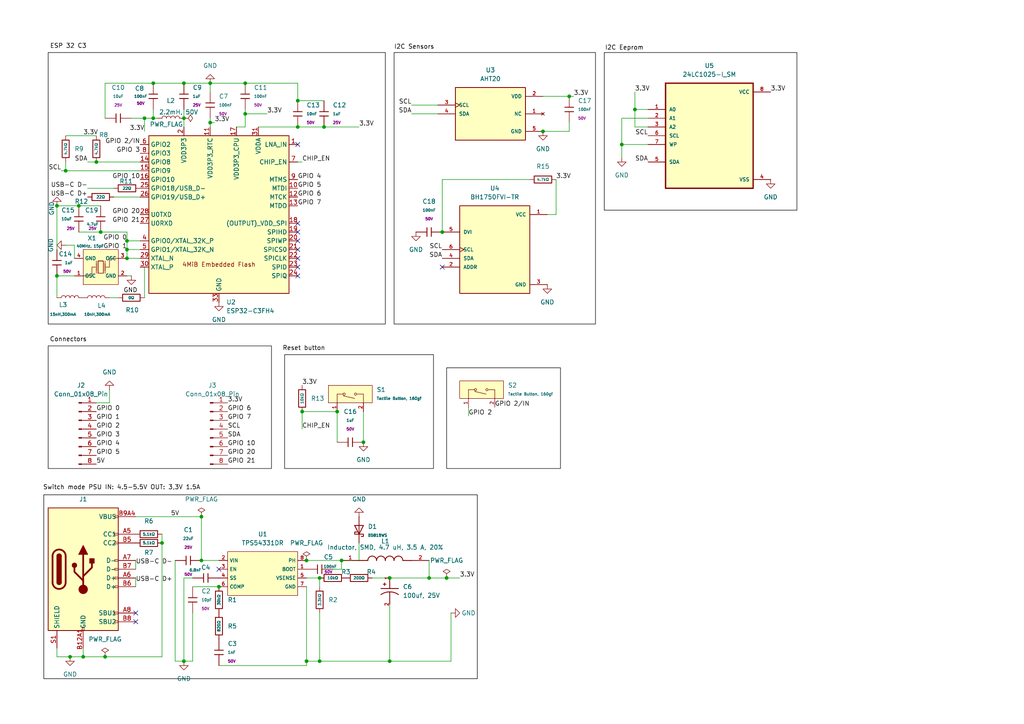
<source format=kicad_sch>
(kicad_sch (version 20250114) (generator "eeschema") (generator_version "9.0")
  (paper "A4")
  (title_block (title "ESP32 clone with I2C humidity, light sensor and eeprom") (date "2026-01-01") (rev "V1") (company "Made by Adam Langeveld") (comment 1 "Based around ESP32-C3FH4 microcontroller") (comment 2 "USB-C power and data"))
  (rectangle (start 129.54 106.68) (end 162.56 135.89) (stroke (width 0) (color 0 0 0 1)))
  (rectangle (start 82.55 102.87) (end 125.73 135.89) (stroke (width 0) (color 0 0 0 1)))
  (rectangle (start 114.3 15.24) (end 172.72 93.98) (stroke (width 0) (color 0 0 0 1)))
  (rectangle (start 13.97 100.33) (end 78.74 135.89) (stroke (width 0) (color 0 0 0 1)))
  (rectangle (start 175.26 15.24) (end 231.14 60.96) (stroke (width 0) (color 0 0 0 1)))
  (rectangle (start 13.97 15.24) (end 111.76 93.98) (stroke (width 0) (color 0 0 0 1)))
  (rectangle (start 12.7 143.51) (end 138.43 196.85) (stroke (width 0) (color 0 0 0 1)))
  (text "Switch mode PSU IN: 4.5-5.5V OUT: 3,3V 1.5A" (at 35.306 141.478 0) (effects (font (size 1.27 1.27))))
  (text "I2C Eeprom\n" (at 181.102 13.97 0) (effects (font (size 1.27 1.27))))
  (text "I2C Sensors\n" (at 120.142 13.716 0) (effects (font (size 1.27 1.27))))
  (text "Reset button\n" (at 88.138 101.092 0) (effects (font (size 1.27 1.27))))
  (text "GND" (at 37.846 84.328 0) (effects (font (size 1.27 1.27))))
  (text "ESP 32 C3" (at 19.812 13.462 0) (effects (font (size 1.27 1.27))))
  (text "Connectors\n" (at 19.812 98.552 0) (effects (font (size 1.27 1.27))))
  (junction (at 157.48 38.1))
  (junction (at 16.51 80.01))
  (junction (at 86.36 29.21))
  (junction (at 36.83 72.39))
  (junction (at 128.27 67.31))
  (junction (at 113.03 167.64))
  (junction (at 36.83 74.93))
  (junction (at 16.51 59.69))
  (junction (at 129.54 167.64))
  (junction (at 63.5 170.18))
  (junction (at 24.13 190.5))
  (junction (at 86.36 36.83))
  (junction (at 87.63 119.38))
  (junction (at 105.41 128.27))
  (junction (at 19.05 49.53))
  (junction (at 165.1 27.94))
  (junction (at 97.79 119.38))
  (junction (at 20.32 190.5))
  (junction (at 58.42 162.56))
  (junction (at 36.83 69.85))
  (junction (at 99.06 162.56))
  (junction (at 22.86 59.69))
  (junction (at 44.45 34.29))
  (junction (at 93.98 36.83))
  (junction (at 88.9 191.77))
  (junction (at 60.96 35.56))
  (junction (at 41.91 34.29))
  (junction (at 58.42 149.86))
  (junction (at 180.34 41.91))
  (junction (at 124.46 167.64))
  (junction (at 88.9 162.56))
  (junction (at 53.34 191.77))
  (junction (at 46.99 157.48))
  (junction (at 30.48 190.5))
  (junction (at 92.71 191.77))
  (junction (at 53.34 34.29))
  (junction (at 71.12 24.13))
  (junction (at 27.94 46.99))
  (junction (at 53.34 24.13))
  (junction (at 184.15 31.75))
  (junction (at 71.12 33.02))
  (junction (at 29.21 67.31))
  (junction (at 44.45 24.13))
  (junction (at 92.71 167.64))
  (junction (at 60.96 24.13))
  (junction (at 113.03 191.77))
  (no_connect (at 86.36 64.77))
  (no_connect (at 39.37 177.8))
  (no_connect (at 63.5 165.1))
  (no_connect (at 86.36 74.93))
  (no_connect (at 86.36 72.39))
  (no_connect (at 86.36 67.31))
  (no_connect (at 86.36 80.01))
  (no_connect (at 86.36 69.85))
  (no_connect (at 86.36 77.47))
  (no_connect (at 39.37 180.34))
  (no_connect (at 86.36 41.91))
  (no_connect (at 128.27 77.47))
  (wire (pts (xy 36.83 72.39) (xy 40.64 72.39)))
  (wire (pts (xy 24.13 190.5) (xy 24.13 187.96)))
  (wire (pts (xy 63.5 162.56) (xy 58.42 162.56)))
  (wire (pts (xy 27.94 46.99) (xy 40.64 46.99)))
  (wire (pts (xy 29.21 67.31) (xy 22.86 67.31)))
  (wire (pts (xy 180.34 45.72) (xy 180.34 41.91)))
  (wire (pts (xy 74.93 36.83) (xy 86.36 36.83)))
  (wire (pts (xy 36.83 74.93) (xy 40.64 74.93)))
  (wire (pts (xy 63.5 193.04) (xy 88.9 193.04)))
  (wire (pts (xy 119.38 33.02) (xy 127 33.02)))
  (wire (pts (xy 36.83 69.85) (xy 36.83 67.31)))
  (wire (pts (xy 119.38 30.48) (xy 127 30.48)))
  (wire (pts (xy 113.03 167.64) (xy 124.46 167.64)))
  (wire (pts (xy 71.12 33.02) (xy 77.47 33.02)))
  (wire (pts (xy 55.88 177.8) (xy 55.88 191.77)))
  (wire (pts (xy 92.71 191.77) (xy 113.03 191.77)))
  (wire (pts (xy 25.4 46.99) (xy 27.94 46.99)))
  (wire (pts (xy 92.71 177.8) (xy 92.71 191.77)))
  (wire (pts (xy 71.12 36.83) (xy 68.58 36.83)))
  (wire (pts (xy 46.99 190.5) (xy 30.48 190.5)))
  (wire (pts (xy 60.96 35.56) (xy 62.23 35.56)))
  (wire (pts (xy 180.34 34.29) (xy 180.34 41.91)))
  (wire (pts (xy 36.83 69.85) (xy 40.64 69.85)))
  (wire (pts (xy 158.75 62.23) (xy 161.29 62.23)))
  (wire (pts (xy 180.34 41.91) (xy 187.96 41.91)))
  (wire (pts (xy 104.14 162.56) (xy 99.06 162.56)))
  (wire (pts (xy 161.29 62.23) (xy 161.29 52.07)))
  (wire (pts (xy 99.06 165.1) (xy 99.06 162.56)))
  (wire (pts (xy 53.34 191.77) (xy 55.88 191.77)))
  (wire (pts (xy 93.98 36.83) (xy 104.14 36.83)))
  (wire (pts (xy 17.78 49.53) (xy 19.05 49.53)))
  (wire (pts (xy 53.34 167.64) (xy 55.88 167.64)))
  (wire (pts (xy 60.96 24.13) (xy 71.12 24.13)))
  (wire (pts (xy 187.96 31.75) (xy 184.15 31.75)))
  (wire (pts (xy 27.94 116.84) (xy 31.75 116.84)))
  (wire (pts (xy 53.34 34.29) (xy 53.34 36.83)))
  (wire (pts (xy 86.36 46.99) (xy 87.63 46.99)))
  (wire (pts (xy 19.05 39.37) (xy 27.94 39.37)))
  (wire (pts (xy 30.48 24.13) (xy 44.45 24.13)))
  (wire (pts (xy 104.14 157.48) (xy 104.14 162.56)))
  (wire (pts (xy 86.36 29.21) (xy 86.36 24.13)))
  (wire (pts (xy 187.96 34.29) (xy 180.34 34.29)))
  (wire (pts (xy 38.1 34.29) (xy 41.91 34.29)))
  (wire (pts (xy 41.91 77.47) (xy 40.64 77.47)))
  (wire (pts (xy 88.9 170.18) (xy 88.9 191.77)))
  (wire (pts (xy 22.86 59.69) (xy 29.21 59.69)))
  (wire (pts (xy 53.34 31.75) (xy 53.34 34.29)))
  (wire (pts (xy 30.48 34.29) (xy 30.48 24.13)))
  (wire (pts (xy 99.06 162.56) (xy 88.9 162.56)))
  (wire (pts (xy 46.99 157.48) (xy 46.99 190.5)))
  (wire (pts (xy 36.83 74.93) (xy 36.83 72.39)))
  (wire (pts (xy 16.51 190.5) (xy 20.32 190.5)))
  (wire (pts (xy 16.51 80.01) (xy 21.59 80.01)))
  (wire (pts (xy 46.99 154.94) (xy 46.99 157.48)))
  (wire (pts (xy 128.27 52.07) (xy 128.27 67.31)))
  (wire (pts (xy 124.46 162.56) (xy 124.46 167.64)))
  (wire (pts (xy 105.41 128.27) (xy 105.41 119.38)))
  (wire (pts (xy 39.37 162.56) (xy 39.37 165.1)))
  (wire (pts (xy 50.8 191.77) (xy 53.34 191.77)))
  (wire (pts (xy 97.79 119.38) (xy 87.63 119.38)))
  (wire (pts (xy 39.37 149.86) (xy 58.42 149.86)))
  (wire (pts (xy 124.46 167.64) (xy 129.54 167.64)))
  (wire (pts (xy 53.34 167.64) (xy 53.34 191.77)))
  (wire (pts (xy 60.96 24.13) (xy 60.96 26.67)))
  (wire (pts (xy 44.45 34.29) (xy 45.72 34.29)))
  (wire (pts (xy 135.89 118.11) (xy 135.89 120.65)))
  (wire (pts (xy 71.12 33.02) (xy 71.12 36.83)))
  (wire (pts (xy 55.88 170.18) (xy 63.5 170.18)))
  (wire (pts (xy 96.52 165.1) (xy 99.06 165.1)))
  (wire (pts (xy 113.03 175.26) (xy 113.03 191.77)))
  (wire (pts (xy 129.54 167.64) (xy 133.35 167.64)))
  (wire (pts (xy 19.05 71.12) (xy 21.59 71.12)))
  (wire (pts (xy 31.75 86.36) (xy 34.29 86.36)))
  (wire (pts (xy 187.96 36.83) (xy 184.15 36.83)))
  (wire (pts (xy 33.02 57.15) (xy 40.64 57.15)))
  (wire (pts (xy 25.4 54.61) (xy 33.02 54.61)))
  (wire (pts (xy 36.83 72.39) (xy 36.83 69.85)))
  (wire (pts (xy 16.51 80.01) (xy 16.51 86.36)))
  (wire (pts (xy 21.59 71.12) (xy 21.59 74.93)))
  (wire (pts (xy 113.03 191.77) (xy 130.81 191.77)))
  (wire (pts (xy 88.9 193.04) (xy 88.9 191.77)))
  (wire (pts (xy 92.71 167.64) (xy 92.71 170.18)))
  (wire (pts (xy 20.32 190.5) (xy 24.13 190.5)))
  (wire (pts (xy 86.36 36.83) (xy 93.98 36.83)))
  (wire (pts (xy 86.36 29.21) (xy 93.98 29.21)))
  (wire (pts (xy 128.27 52.07) (xy 153.67 52.07)))
  (wire (pts (xy 39.37 167.64) (xy 39.37 170.18)))
  (wire (pts (xy 41.91 34.29) (xy 44.45 34.29)))
  (wire (pts (xy 130.81 177.8) (xy 130.81 191.77)))
  (wire (pts (xy 16.51 59.69) (xy 22.86 59.69)))
  (wire (pts (xy 88.9 167.64) (xy 92.71 167.64)))
  (wire (pts (xy 41.91 86.36) (xy 41.91 77.47)))
  (wire (pts (xy 71.12 31.75) (xy 71.12 33.02)))
  (wire (pts (xy 16.51 190.5) (xy 16.51 187.96)))
  (wire (pts (xy 165.1 27.94) (xy 166.37 27.94)))
  (wire (pts (xy 40.64 49.53) (xy 19.05 49.53)))
  (wire (pts (xy 97.79 119.38) (xy 97.79 128.27)))
  (wire (pts (xy 29.21 67.31) (xy 36.83 67.31)))
  (wire (pts (xy 58.42 149.86) (xy 58.42 162.56)))
  (wire (pts (xy 44.45 31.75) (xy 44.45 34.29)))
  (wire (pts (xy 31.75 116.84) (xy 31.75 113.03)))
  (wire (pts (xy 87.63 119.38) (xy 87.63 124.46)))
  (wire (pts (xy 44.45 24.13) (xy 53.34 24.13)))
  (wire (pts (xy 41.91 34.29) (xy 41.91 38.1)))
  (wire (pts (xy 60.96 34.29) (xy 60.96 35.56)))
  (wire (pts (xy 165.1 38.1) (xy 157.48 38.1)))
  (wire (pts (xy 53.34 24.13) (xy 60.96 24.13)))
  (wire (pts (xy 184.15 31.75) (xy 184.15 26.67)))
  (wire (pts (xy 184.15 36.83) (xy 184.15 31.75)))
  (wire (pts (xy 165.1 35.56) (xy 165.1 38.1)))
  (wire (pts (xy 30.48 190.5) (xy 24.13 190.5)))
  (wire (pts (xy 107.95 167.64) (xy 113.03 167.64)))
  (wire (pts (xy 60.96 35.56) (xy 60.96 36.83)))
  (wire (pts (xy 71.12 24.13) (xy 86.36 24.13)))
  (wire (pts (xy 157.48 27.94) (xy 165.1 27.94)))
  (wire (pts (xy 50.8 162.56) (xy 50.8 191.77)))
  (wire (pts (xy 16.51 72.39) (xy 16.51 59.69)))
  (wire (pts (xy 19.05 49.53) (xy 19.05 46.99)))
  (wire (pts (xy 36.83 80.01) (xy 38.1 80.01)))
  (wire (pts (xy 88.9 191.77) (xy 92.71 191.77)))
  (label "3.3V" (at 184.15 26.67 0))
  (label "3.3V" (at 62.23 35.56 0))
  (label "GPIO 7" (at 86.36 59.69 0))
  (label "USB-C D-" (at 39.37 163.83 0))
  (label "GPIO 1" (at 36.83 72.39 180))
  (label "GPIO 4" (at 27.94 129.54 0))
  (label "GPIO 10" (at 66.04 129.54 0))
  (label "GPIO 21" (at 66.04 134.62 0))
  (label "SDA" (at 187.96 46.99 180))
  (label "SDA" (at 66.04 127 0))
  (label "GPIO 20" (at 66.04 132.08 0))
  (label "3.3V" (at 223.52 26.67 0))
  (label "SDA" (at 128.27 74.93 180))
  (label "GPIO 20" (at 40.64 62.23 180))
  (label "3.3V" (at 41.91 38.1 180))
  (label "3.3V" (at 104.14 36.83 0))
  (label "SDA" (at 119.38 33.02 180))
  (label "USB-C D+" (at 39.37 168.91 0))
  (label "3.3V" (at 87.63 111.76 0))
  (label "GPIO 1" (at 27.94 121.92 0))
  (label "GPIO 3" (at 27.94 127 0))
  (label "SCL" (at 128.27 72.39 180))
  (label "CHIP_EN" (at 87.63 124.46 0))
  (label "GPIO 3" (at 40.64 44.45 180))
  (label "GPIO 7" (at 66.04 121.92 0))
  (label "USB-C D-" (at 25.4 54.61 180))
  (label "5V" (at 49.53 149.86 0))
  (label "GPIO 0" (at 36.83 69.85 180))
  (label "CHIP_EN" (at 87.63 46.99 0))
  (label "GPIO 5" (at 86.36 54.61 0))
  (label "3.3V" (at 133.35 167.64 0))
  (label "SDA" (at 25.4 46.99 180))
  (label "GPIO 2{slash}IN" (at 143.51 118.11 0))
  (label "SCL" (at 187.96 39.37 180))
  (label "3.3V" (at 166.37 27.94 0))
  (label "SCL" (at 17.78 49.53 180))
  (label "GPIO 21" (at 40.64 64.77 180))
  (label "SCL" (at 66.04 124.46 0))
  (label "GPIO 0" (at 27.94 119.38 0))
  (label "3.3V" (at 24.13 39.37 0))
  (label "GPIO 5" (at 27.94 132.08 0))
  (label "USB-C D+" (at 25.4 57.15 180))
  (label "3.3V" (at 161.29 52.07 0))
  (label "GPIO 2" (at 135.89 120.65 0))
  (label "5V" (at 27.94 134.62 0))
  (label "GPIO 4" (at 86.36 52.07 0))
  (label "SCL" (at 119.38 30.48 180))
  (label "3.3V" (at 77.47 33.02 0))
  (label "GPIO 6" (at 86.36 57.15 0))
  (label "3.3V" (at 66.04 116.84 0))
  (label "GPIO 6" (at 66.04 119.38 0))
  (label "GPIO 10" (at 40.64 52.07 180))
  (label "GPIO 2" (at 27.94 124.46 0))
  (label "GPIO 2{slash}IN" (at 40.64 41.91 180))
  (symbol (lib_id "power:GND") (at 105.41 128.27 0) (unit 1)
    (property "Reference" "#PWR011" (effects (hide yes)))
    (property "Value" "GND" (at 105.41 133.35 0))
    (property "Description" "Power symbol creates a global label with name \"GND\" , ground" (effects (hide yes)))
  )
  (symbol (lib_id "PCM_JLCPCB-Capacitors:0603,10uF,(2)") (at 22.86 63.5 0) (unit 1)
    (property "Reference" "C15" (at 17.78 60.96 0) (effects (justify left)))
    (property "Value" "10uF" (at 17.78 63.5 0) (effects (font (size 0.8 0.8)) (justify left)))
    (property "Footprint" "PCM_JLCPCB:C_0603" (effects (hide yes)))
    (property "Datasheet" "https://www.lcsc.com/datasheet/lcsc_datasheet_2304140030_Samsung-Electro-Mechanics-CL10A106MA8NRNC_C96446.pdf" (effects (hide yes)))
    (property "Description" "25V 10uF X5R ±20% 0603 Multilayer Ceramic Capacitors MLCC - SMD/SMT ROHS" (effects (hide yes)))
    (property "LCSC" "C96446" (effects (hide yes)))
    (property "Stock" "3388297" (effects (hide yes)))
    (property "Price" "0.021USD" (effects (hide yes)))
    (property "Process" "SMT" (effects (hide yes)))
    (property "Minimum Qty" "20" (effects (hide yes)))
    (property "Attrition Qty" "8" (effects (hide yes)))
    (property "Class" "Basic Component" (effects (hide yes)))
    (property "Category" "Capacitors,Multilayer Ceramic Capacitors MLCC - SMD/SMT" (effects (hide yes)))
    (property "Manufacturer" "Samsung Electro-Mechanics" (effects (hide yes)))
    (property "Part" "CL10A106MA8NRNC" (effects (hide yes)))
    (property "Voltage Rated" "25V" (at 19.304 66.294 0) (effects (font (size 0.8 0.8)) (justify left)))
    (property "Tolerance" "±20%" (effects (hide yes)))
    (property "Capacitance" "10uF" (effects (hide yes)))
    (property "Temperature Coefficient" "X5R" (effects (hide yes)))
  )
  (symbol (lib_id "PCM_JLCPCB-Capacitors:0603,1uF") (at 16.51 76.2 0) (unit 1)
    (property "Reference" "C14" (at 17.018 73.66 0) (effects (justify left)))
    (property "Value" "1uF" (at 18.796 76.2 0) (effects (font (size 0.8 0.8)) (justify left)))
    (property "Footprint" "PCM_JLCPCB:C_0603" (effects (hide yes)))
    (property "Datasheet" "https://www.lcsc.com/datasheet/lcsc_datasheet_2304140030_Samsung-Electro-Mechanics-CL10A105KB8NNNC_C15849.pdf" (effects (hide yes)))
    (property "Description" "50V 1uF X5R ±10% 0603 Multilayer Ceramic Capacitors MLCC - SMD/SMT ROHS" (effects (hide yes)))
    (property "LCSC" "C15849" (effects (hide yes)))
    (property "Stock" "11535980" (effects (hide yes)))
    (property "Price" "0.008USD" (effects (hide yes)))
    (property "Process" "SMT" (effects (hide yes)))
    (property "Minimum Qty" "20" (effects (hide yes)))
    (property "Attrition Qty" "10" (effects (hide yes)))
    (property "Class" "Basic Component" (effects (hide yes)))
    (property "Category" "Capacitors,Multilayer Ceramic Capacitors MLCC - SMD/SMT" (effects (hide yes)))
    (property "Manufacturer" "Samsung Electro-Mechanics" (effects (hide yes)))
    (property "Part" "CL10A105KB8NNNC" (effects (hide yes)))
    (property "Voltage Rated" "50V" (at 18.288 78.74 0) (effects (font (size 0.8 0.8)) (justify left)))
    (property "Tolerance" "±10%" (effects (hide yes)))
    (property "Capacitance" "1uF" (effects (hide yes)))
    (property "Temperature Coefficient" "X5R" (effects (hide yes)))
  )
  (symbol (lib_id "power:GND") (at 158.75 82.55 0) (unit 1)
    (property "Reference" "#PWR013" (effects (hide yes)))
    (property "Value" "GND" (at 158.75 87.63 0))
    (property "Description" "Power symbol creates a global label with name \"GND\" , ground" (effects (hide yes)))
  )
  (symbol (lib_id "PCM_JLCPCB-Resistors:0805,4.7kΩ") (at 27.94 43.18 180) (unit 1)
    (property "Reference" "R8" (at 28.702 39.116 0) (effects (justify right)))
    (property "Value" "4.7kΩ" (at 27.94 43.18 90) (effects (font (size 0.8 0.8))))
    (property "Footprint" "PCM_JLCPCB:R_0805" (effects (hide yes)))
    (property "Datasheet" "https://www.lcsc.com/datasheet/lcsc_datasheet_2206010200_UNI-ROYAL-Uniroyal-Elec-0805W8F4701T5E_C17673.pdf" (effects (hide yes)))
    (property "Description" "125mW Thick Film Resistors 150V ±100ppm/°C ±1% 4.7kΩ 0805 Chip Resistor - Surface Mount ROHS" (effects (hide yes)))
    (property "LCSC" "C17673" (effects (hide yes)))
    (property "Stock" "4733934" (effects (hide yes)))
    (property "Price" "0.005USD" (effects (hide yes)))
    (property "Process" "SMT" (effects (hide yes)))
    (property "Minimum Qty" "20" (effects (hide yes)))
    (property "Attrition Qty" "6" (effects (hide yes)))
    (property "Class" "Basic Component" (effects (hide yes)))
    (property "Category" "Resistors,Chip Resistor - Surface Mount" (effects (hide yes)))
    (property "Manufacturer" "UNI-ROYAL(Uniroyal Elec)" (effects (hide yes)))
    (property "Part" "0805W8F4701T5E" (effects (hide yes)))
    (property "Resistance" "4.7kΩ" (effects (hide yes)))
    (property "Power(Watts)" "125mW" (effects (hide yes)))
    (property "Type" "Thick Film Resistors" (effects (hide yes)))
    (property "Overload Voltage (Max)" "150V" (effects (hide yes)))
    (property "Operating Temperature Range" "-55°C~+155°C" (effects (hide yes)))
    (property "Tolerance" "±1%" (effects (hide yes)))
    (property "Temperature Coefficient" "±100ppm/°C" (effects (hide yes)))
  )
  (symbol (lib_id "PCM_JLCPCB-Extended:Crystal, 40MHz, 15pF") (at 29.21 77.47 0) (unit 1)
    (property "Reference" "X1" (at 26.67 69.088 0))
    (property "Value" "40MHz, 15pF" (at 26.162 71.374 0) (effects (font (size 0.8 0.8))))
    (property "Footprint" "PCM_JLCPCB:OSC-SMD_4P-L3.2-W2.5-BL_SIT8008BI" (effects (hide yes)))
    (property "Datasheet" "https://www.lcsc.com/datasheet/lcsc_datasheet_2403291504_YXC-Crystal-Oscillators-X322540MPB4SI_C9010.pdf" (effects (hide yes)))
    (property "Description" "40MHz Surface Mount Crystal 15pF ±10ppm ±20ppm SMD3225-4P Crystals ROHS" (effects (hide yes)))
    (property "LCSC" "C9010" (effects (hide yes)))
    (property "PartID" "X322540MPB4SI" (effects (hide yes)))
  )
  (symbol (lib_id "power:PWR_FLAG") (at 58.42 149.86 0) (unit 1)
    (property "Reference" "#FLG01" (effects (hide yes)))
    (property "Value" "PWR_FLAG" (at 58.42 144.78 0))
    (property "Description" "Special symbol for telling ERC where power comes from" (effects (hide yes)))
  )
  (symbol (lib_id "PCM_JLCPCB-Capacitors:0402,10nF") (at 86.36 33.02 0) (unit 1)
    (property "Reference" "C13" (at 88.9 30.4799 0) (effects (justify left)))
    (property "Value" "10nF" (at 88.9 33.02 0) (effects (font (size 0.8 0.8)) (justify left)))
    (property "Footprint" "PCM_JLCPCB:C_0402" (effects (hide yes)))
    (property "Datasheet" "https://www.lcsc.com/datasheet/lcsc_datasheet_2304140030_Samsung-Electro-Mechanics-CL05B103KB5NNNC_C15195.pdf" (effects (hide yes)))
    (property "Description" "50V 10nF X7R ±10% 0402 Multilayer Ceramic Capacitors MLCC - SMD/SMT ROHS" (effects (hide yes)))
    (property "LCSC" "C15195" (effects (hide yes)))
    (property "Stock" "4779042" (effects (hide yes)))
    (property "Price" "0.005USD" (effects (hide yes)))
    (property "Process" "SMT" (effects (hide yes)))
    (property "Minimum Qty" "20" (effects (hide yes)))
    (property "Attrition Qty" "10" (effects (hide yes)))
    (property "Class" "Basic Component" (effects (hide yes)))
    (property "Category" "Capacitors,Multilayer Ceramic Capacitors MLCC - SMD/SMT" (effects (hide yes)))
    (property "Manufacturer" "Samsung Electro-Mechanics" (effects (hide yes)))
    (property "Part" "CL05B103KB5NNNC" (effects (hide yes)))
    (property "Voltage Rated" "50V" (at 88.9 35.56 0) (effects (font (size 0.8 0.8)) (justify left)))
    (property "Tolerance" "±10%" (effects (hide yes)))
    (property "Capacitance" "10nF" (effects (hide yes)))
    (property "Temperature Coefficient" "X7R" (effects (hide yes)))
  )
  (symbol (lib_id "Connector:Conn_01x08_Pin") (at 22.86 124.46 0) (unit 1)
    (property "Reference" "J2" (at 23.495 111.76 0))
    (property "Value" "Conn_01x08_Pin" (at 23.495 114.3 0))
    (property "Footprint" "Connector_PinHeader_2.54mm:PinHeader_1x08_P2.54mm_Vertical" (effects (hide yes)))
    (property "Datasheet" "https://jlcpcb.com/partdetail/CST-CS_1109_1X8_L11_5PA6T/C18213722" (effects (hide yes)))
    (property "Description" "Generic connector, single row, 01x08, script generated" (effects (hide yes)))
  )
  (symbol (lib_id "BH1750FVI-TR:BH1750FVI-TR") (at 143.51 72.39 0) (unit 1)
    (property "Reference" "U4" (at 143.51 54.61 0))
    (property "Value" "BH1750FVI-TR" (at 143.51 57.15 0))
    (property "Footprint" "BH1750FVI-TR:XDCR_BH1750FVI-TR" (effects (hide yes)))
    (property "Datasheet" "https://jlcpcb.com/partdetail/ROHMSemicon-BH1750FVITR/C78960" (effects (hide yes)))
    (property "MF" "ROHM Semiconductor" (effects (hide yes)))
    (property "MAXIMUM_PACKAGE_HEIGHT" "0.75mm" (effects (hide yes)))
    (property "Package" "SMD-6 ROHM Semiconductor" (effects (hide yes)))
    (property "Price" "None" (effects (hide yes)))
    (property "Check_prices" "https://www.snapeda.com/parts/BH1750FVI-TR/Rohm/view-part/?ref=eda" (effects (hide yes)))
    (property "STANDARD" "Manufacturer recommendations" (effects (hide yes)))
    (property "PARTREV" "D" (effects (hide yes)))
    (property "SnapEDA_Link" "https://www.snapeda.com/parts/BH1750FVI-TR/Rohm/view-part/?ref=snap" (effects (hide yes)))
    (property "MP" "BH1750FVI-TR" (effects (hide yes)))
    (property "Purchase-URL" "https://www.snapeda.com/api/url_track_click_mouser/?unipart_id=4817437&manufacturer=ROHM Semiconductor&part_name=BH1750FVI-TR&search_term=bh1750" (effects (hide yes)))
    (property "Description_1" "Light to Digital Ambient Light Sensor Digital 3V 6-Pin WSOF T/R" (effects (hide yes)))
    (property "Availability" "In Stock" (effects (hide yes)))
    (property "MANUFACTURER" "Rohm" (effects (hide yes)))
  )
  (symbol (lib_id "PCM_JLCPCB-Connectors_Buttons:Tactile Button, 160gf, 12V, 50mA, 4.0mm") (at 100.33 114.3 90) (unit 1)
    (property "Reference" "S1" (at 109.22 113.0299 90) (effects (justify right)))
    (property "Value" "Tactile Button, 160gf" (at 109.22 115.57 90) (effects (font (size 0.8 0.8)) (justify right)))
    (property "Footprint" "PCM_JLCPCB:SW_TS-1088-AR02016" (effects (hide yes)))
    (property "Datasheet" "https://www.lcsc.com/datasheet/lcsc_datasheet_2304140030_XUNPU-TS-1088-AR02016_C720477.pdf" (effects (hide yes)))
    (property "Description" "Without 50mA 4mm 100MΩ 100000 Times 12V 160gf 3mm 2mm Round Button Standing paste SPST SMD Tactile Switches ROHS" (effects (hide yes)))
    (property "LCSC" "C720477" (effects (hide yes)))
    (property "Stock" "346801" (effects (hide yes)))
    (property "Price" "0.044USD" (effects (hide yes)))
    (property "Process" "SMT" (effects (hide yes)))
    (property "Minimum Qty" "5" (effects (hide yes)))
    (property "Attrition Qty" "4" (effects (hide yes)))
    (property "Class" "Basic Component" (effects (hide yes)))
    (property "Category" "Switches,Tactile Switches" (effects (hide yes)))
    (property "Manufacturer" "XUNPU" (effects (hide yes)))
    (property "Part" "TS-1088-AR02016" (effects (hide yes)))
    (property "Switch Length" "4mm" (effects (hide yes)))
    (property "Voltage Rating (Dc)" "12V" (effects (hide yes)))
    (property "With Lamp" "No" (effects (hide yes)))
    (property "Operating Force" "160gf@±50gf" (effects (hide yes)))
    (property "Actuator/Cap Color" "Black" (effects (hide yes)))
    (property "Mechanical Life" "100000 Times" (effects (hide yes)))
    (property "Strike Gundam" "NO" (effects (hide yes)))
    (property "Circuit" "SPST" (effects (hide yes)))
    (property "Switch Height" "2mm" (effects (hide yes)))
    (property "Actuator Style" "Round Button" (effects (hide yes)))
    (property "Switch Width" "3mm" (effects (hide yes)))
    (property "Contact Current" "50mA" (effects (hide yes)))
    (property "Operating Temperature" "-30°C~+80°C" (effects (hide yes)))
    (property "Mounting Style" "Brick nogging" (effects (hide yes)))
    (property "Insulation Resistance" "100MΩ" (effects (hide yes)))
    (property "Pin Style" "SMDSplicing" (effects (hide yes)))
  )
  (symbol (lib_id "PCM_JLCPCB-Resistors:0805,4.7kΩ") (at 157.48 52.07 90) (unit 1)
    (property "Reference" "R15" (at 157.48 48.26 90))
    (property "Value" "4.7kΩ" (at 157.48 52.07 90) (effects (font (size 0.8 0.8))))
    (property "Footprint" "PCM_JLCPCB:R_0805" (effects (hide yes)))
    (property "Datasheet" "https://www.lcsc.com/datasheet/lcsc_datasheet_2206010200_UNI-ROYAL-Uniroyal-Elec-0805W8F4701T5E_C17673.pdf" (effects (hide yes)))
    (property "Description" "125mW Thick Film Resistors 150V ±100ppm/°C ±1% 4.7kΩ 0805 Chip Resistor - Surface Mount ROHS" (effects (hide yes)))
    (property "LCSC" "C17673" (effects (hide yes)))
    (property "Stock" "4733934" (effects (hide yes)))
    (property "Price" "0.005USD" (effects (hide yes)))
    (property "Process" "SMT" (effects (hide yes)))
    (property "Minimum Qty" "20" (effects (hide yes)))
    (property "Attrition Qty" "6" (effects (hide yes)))
    (property "Class" "Basic Component" (effects (hide yes)))
    (property "Category" "Resistors,Chip Resistor - Surface Mount" (effects (hide yes)))
    (property "Manufacturer" "UNI-ROYAL(Uniroyal Elec)" (effects (hide yes)))
    (property "Part" "0805W8F4701T5E" (effects (hide yes)))
    (property "Resistance" "4.7kΩ" (effects (hide yes)))
    (property "Power(Watts)" "125mW" (effects (hide yes)))
    (property "Type" "Thick Film Resistors" (effects (hide yes)))
    (property "Overload Voltage (Max)" "150V" (effects (hide yes)))
    (property "Operating Temperature Range" "-55°C~+155°C" (effects (hide yes)))
    (property "Tolerance" "±1%" (effects (hide yes)))
    (property "Temperature Coefficient" "±100ppm/°C" (effects (hide yes)))
  )
  (symbol (lib_id "PCM_JLCPCB-Capacitors:0402,1nF") (at 63.5 189.23 180) (unit 1)
    (property "Reference" "C3" (at 66.04 186.6899 0) (effects (justify right)))
    (property "Value" "1nF" (at 66.04 189.23 0) (effects (font (size 0.8 0.8)) (justify right)))
    (property "Footprint" "PCM_JLCPCB:C_0402" (effects (hide yes)))
    (property "Datasheet" "https://www.lcsc.com/datasheet/lcsc_datasheet_2304140030_FH--Guangdong-Fenghua-Advanced-Tech-0402B102K500NT_C1523.pdf" (effects (hide yes)))
    (property "Description" "50V 1nF X7R ±10% 0402 Multilayer Ceramic Capacitors MLCC - SMD/SMT ROHS" (effects (hide yes)))
    (property "LCSC" "C1523" (effects (hide yes)))
    (property "Stock" "4702397" (effects (hide yes)))
    (property "Price" "0.004USD" (effects (hide yes)))
    (property "Process" "SMT" (effects (hide yes)))
    (property "Minimum Qty" "20" (effects (hide yes)))
    (property "Attrition Qty" "10" (effects (hide yes)))
    (property "Class" "Basic Component" (effects (hide yes)))
    (property "Category" "Capacitors,Multilayer Ceramic Capacitors MLCC - SMD/SMT" (effects (hide yes)))
    (property "Manufacturer" "FH(Guangdong Fenghua Advanced Tech)" (effects (hide yes)))
    (property "Part" "0402B102K500NT" (effects (hide yes)))
    (property "Voltage Rated" "50V" (at 66.04 191.77 0) (effects (font (size 0.8 0.8)) (justify right)))
    (property "Tolerance" "±10%" (effects (hide yes)))
    (property "Capacitance" "1nF" (effects (hide yes)))
    (property "Temperature Coefficient" "X7R" (effects (hide yes)))
  )
  (symbol (lib_id "power:PWR_FLAG") (at 53.34 34.29 270) (unit 1)
    (property "Reference" "#FLG03" (effects (hide yes)))
    (property "Value" "PWR_FLAG" (at 43.434 36.068 90) (effects (justify left)))
    (property "Description" "Special symbol for telling ERC where power comes from" (effects (hide yes)))
  )
  (symbol (lib_id "PCM_JLCPCB-Capacitors:0603,100nF") (at 124.46 67.31 90) (unit 1)
    (property "Reference" "C18" (at 124.46 58.42 90))
    (property "Value" "100nF" (at 124.46 60.96 90) (effects (font (size 0.8 0.8))))
    (property "Footprint" "PCM_JLCPCB:C_0603" (effects (hide yes)))
    (property "Datasheet" "https://www.lcsc.com/datasheet/lcsc_datasheet_2211101700_YAGEO-CC0603KRX7R9BB104_C14663.pdf" (effects (hide yes)))
    (property "Description" "50V 100nF X7R ±10% 0603 Multilayer Ceramic Capacitors MLCC - SMD/SMT ROHS" (effects (hide yes)))
    (property "LCSC" "C14663" (effects (hide yes)))
    (property "Stock" "70324515" (effects (hide yes)))
    (property "Price" "0.006USD" (effects (hide yes)))
    (property "Process" "SMT" (effects (hide yes)))
    (property "Minimum Qty" "20" (effects (hide yes)))
    (property "Attrition Qty" "10" (effects (hide yes)))
    (property "Class" "Basic Component" (effects (hide yes)))
    (property "Category" "Capacitors,Multilayer Ceramic Capacitors MLCC - SMD/SMT" (effects (hide yes)))
    (property "Manufacturer" "YAGEO" (effects (hide yes)))
    (property "Part" "CC0603KRX7R9BB104" (effects (hide yes)))
    (property "Voltage Rated" "50V" (at 124.46 63.5 90) (effects (font (size 0.8 0.8))))
    (property "Tolerance" "±10%" (effects (hide yes)))
    (property "Capacitance" "100nF" (effects (hide yes)))
    (property "Temperature Coefficient" "X7R" (effects (hide yes)))
  )
  (symbol (lib_id "PCM_JLCPCB-Connectors_Buttons:Tactile Button, 160gf, 12V, 50mA, 4.0mm") (at 138.43 113.03 90) (unit 1)
    (property "Reference" "S2" (at 147.32 111.7599 90) (effects (justify right)))
    (property "Value" "Tactile Button, 160gf" (at 147.32 114.3 90) (effects (font (size 0.8 0.8)) (justify right)))
    (property "Footprint" "PCM_JLCPCB:SW_TS-1088-AR02016" (effects (hide yes)))
    (property "Datasheet" "https://www.lcsc.com/datasheet/lcsc_datasheet_2304140030_XUNPU-TS-1088-AR02016_C720477.pdf" (effects (hide yes)))
    (property "Description" "Without 50mA 4mm 100MΩ 100000 Times 12V 160gf 3mm 2mm Round Button Standing paste SPST SMD Tactile Switches ROHS" (effects (hide yes)))
    (property "LCSC" "C720477" (effects (hide yes)))
    (property "Stock" "346801" (effects (hide yes)))
    (property "Price" "0.044USD" (effects (hide yes)))
    (property "Process" "SMT" (effects (hide yes)))
    (property "Minimum Qty" "5" (effects (hide yes)))
    (property "Attrition Qty" "4" (effects (hide yes)))
    (property "Class" "Basic Component" (effects (hide yes)))
    (property "Category" "Switches,Tactile Switches" (effects (hide yes)))
    (property "Manufacturer" "XUNPU" (effects (hide yes)))
    (property "Part" "TS-1088-AR02016" (effects (hide yes)))
    (property "Switch Length" "4mm" (effects (hide yes)))
    (property "Voltage Rating (Dc)" "12V" (effects (hide yes)))
    (property "With Lamp" "No" (effects (hide yes)))
    (property "Operating Force" "160gf@±50gf" (effects (hide yes)))
    (property "Actuator/Cap Color" "Black" (effects (hide yes)))
    (property "Mechanical Life" "100000 Times" (effects (hide yes)))
    (property "Strike Gundam" "NO" (effects (hide yes)))
    (property "Circuit" "SPST" (effects (hide yes)))
    (property "Switch Height" "2mm" (effects (hide yes)))
    (property "Actuator Style" "Round Button" (effects (hide yes)))
    (property "Switch Width" "3mm" (effects (hide yes)))
    (property "Contact Current" "50mA" (effects (hide yes)))
    (property "Operating Temperature" "-30°C~+80°C" (effects (hide yes)))
    (property "Mounting Style" "Brick nogging" (effects (hide yes)))
    (property "Insulation Resistance" "100MΩ" (effects (hide yes)))
    (property "Pin Style" "SMDSplicing" (effects (hide yes)))
  )
  (symbol (lib_id "power:GND") (at 19.05 71.12 270) (unit 1)
    (property "Reference" "#PWR08" (effects (hide yes)))
    (property "Value" "GND" (at 14.732 71.12 0))
    (property "Description" "Power symbol creates a global label with name \"GND\" , ground" (effects (hide yes)))
  )
  (symbol (lib_id "PCM_JLCPCB-Capacitors:0603,10uF,(2)") (at 34.29 34.29 90) (unit 1)
    (property "Reference" "C10" (at 34.29 25.4 90))
    (property "Value" "10uF" (at 34.29 27.94 90) (effects (font (size 0.8 0.8))))
    (property "Footprint" "PCM_JLCPCB:C_0603" (effects (hide yes)))
    (property "Datasheet" "https://www.lcsc.com/datasheet/lcsc_datasheet_2304140030_Samsung-Electro-Mechanics-CL10A106MA8NRNC_C96446.pdf" (effects (hide yes)))
    (property "Description" "25V 10uF X5R ±20% 0603 Multilayer Ceramic Capacitors MLCC - SMD/SMT ROHS" (effects (hide yes)))
    (property "LCSC" "C96446" (effects (hide yes)))
    (property "Stock" "3388297" (effects (hide yes)))
    (property "Price" "0.021USD" (effects (hide yes)))
    (property "Process" "SMT" (effects (hide yes)))
    (property "Minimum Qty" "20" (effects (hide yes)))
    (property "Attrition Qty" "8" (effects (hide yes)))
    (property "Class" "Basic Component" (effects (hide yes)))
    (property "Category" "Capacitors,Multilayer Ceramic Capacitors MLCC - SMD/SMT" (effects (hide yes)))
    (property "Manufacturer" "Samsung Electro-Mechanics" (effects (hide yes)))
    (property "Part" "CL10A106MA8NRNC" (effects (hide yes)))
    (property "Voltage Rated" "25V" (at 34.29 30.48 90) (effects (font (size 0.8 0.8))))
    (property "Tolerance" "±20%" (effects (hide yes)))
    (property "Capacitance" "10uF" (effects (hide yes)))
    (property "Temperature Coefficient" "X5R" (effects (hide yes)))
  )
  (symbol (lib_id "PCM_JLCPCB-Capacitors:0402,1uF") (at 93.98 33.02 180) (unit 1)
    (property "Reference" "C12" (at 96.52 30.4799 0) (effects (justify right)))
    (property "Value" "1uF" (at 96.52 33.02 0) (effects (font (size 0.8 0.8)) (justify right)))
    (property "Footprint" "PCM_JLCPCB:C_0402" (effects (hide yes)))
    (property "Datasheet" "https://www.lcsc.com/datasheet/lcsc_datasheet_2304140030_Samsung-Electro-Mechanics-CL05A105KA5NQNC_C52923.pdf" (effects (hide yes)))
    (property "Description" "25V 1uF X5R ±10% 0402 Multilayer Ceramic Capacitors MLCC - SMD/SMT ROHS" (effects (hide yes)))
    (property "LCSC" "C52923" (effects (hide yes)))
    (property "Stock" "7021828" (effects (hide yes)))
    (property "Price" "0.006USD" (effects (hide yes)))
    (property "Process" "SMT" (effects (hide yes)))
    (property "Minimum Qty" "20" (effects (hide yes)))
    (property "Attrition Qty" "10" (effects (hide yes)))
    (property "Class" "Basic Component" (effects (hide yes)))
    (property "Category" "Capacitors,Multilayer Ceramic Capacitors MLCC - SMD/SMT" (effects (hide yes)))
    (property "Manufacturer" "Samsung Electro-Mechanics" (effects (hide yes)))
    (property "Part" "CL05A105KA5NQNC" (effects (hide yes)))
    (property "Voltage Rated" "25V" (at 96.52 35.56 0) (effects (font (size 0.8 0.8)) (justify right)))
    (property "Tolerance" "±10%" (effects (hide yes)))
    (property "Capacitance" "1uF" (effects (hide yes)))
    (property "Temperature Coefficient" "X5R" (effects (hide yes)))
  )
  (symbol (lib_id "power:GND") (at 16.51 59.69 180) (unit 1)
    (property "Reference" "#PWR09" (effects (hide yes)))
    (property "Value" "GND" (at 14.986 60.452 90))
    (property "Description" "Power symbol creates a global label with name \"GND\" , ground" (effects (hide yes)))
  )
  (symbol (lib_id "Device:L") (at 49.53 34.29 90) (unit 1)
    (property "Reference" "L2" (at 49.53 29.21 90))
    (property "Value" "2.2mH, 50V" (at 51.816 32.512 90))
    (property "Description" "Inductor" (effects (hide yes)))
  )
  (symbol (lib_id "power:GND") (at 223.52 52.07 0) (unit 1)
    (property "Reference" "#PWR015" (effects (hide yes)))
    (property "Value" "GND" (at 223.52 57.15 0))
    (property "Description" "Power symbol creates a global label with name \"GND\" , ground" (effects (hide yes)))
  )
  (symbol (lib_id "PCM_JLCPCB-Resistors:0805,0Ω") (at 38.1 86.36 90) (unit 1)
    (property "Reference" "R10" (at 38.354 89.916 90))
    (property "Value" "0Ω" (at 38.1 86.36 90) (effects (font (size 0.8 0.8))))
    (property "Footprint" "PCM_JLCPCB:R_0805" (effects (hide yes)))
    (property "Datasheet" "https://www.lcsc.com/datasheet/lcsc_datasheet_2206010216_UNI-ROYAL-Uniroyal-Elec-0805W8F0000T5E_C17477.pdf" (effects (hide yes)))
    (property "Description" "125mW Thick Film Resistors 150V ±800ppm/°C ±1% 0Ω 0805 Chip Resistor - Surface Mount ROHS" (effects (hide yes)))
    (property "LCSC" "C17477" (effects (hide yes)))
    (property "Stock" "7792489" (effects (hide yes)))
    (property "Price" "0.005USD" (effects (hide yes)))
    (property "Process" "SMT" (effects (hide yes)))
    (property "Minimum Qty" "20" (effects (hide yes)))
    (property "Attrition Qty" "10" (effects (hide yes)))
    (property "Class" "Basic Component" (effects (hide yes)))
    (property "Category" "Resistors,Chip Resistor - Surface Mount" (effects (hide yes)))
    (property "Manufacturer" "UNI-ROYAL(Uniroyal Elec)" (effects (hide yes)))
    (property "Part" "0805W8F0000T5E" (effects (hide yes)))
    (property "Resistance" "0Ω" (effects (hide yes)))
    (property "Power(Watts)" "125mW" (effects (hide yes)))
    (property "Type" "Thick Film Resistors" (effects (hide yes)))
    (property "Overload Voltage (Max)" "150V" (effects (hide yes)))
    (property "Operating Temperature Range" "-55°C~+155°C" (effects (hide yes)))
    (property "Tolerance" "±1%" (effects (hide yes)))
    (property "Temperature Coefficient" "±800ppm/°C" (effects (hide yes)))
  )
  (symbol (lib_id "power:GND") (at 60.96 24.13 180) (unit 1)
    (property "Reference" "#PWR04" (effects (hide yes)))
    (property "Value" "GND" (at 60.96 19.05 0))
    (property "Description" "Power symbol creates a global label with name \"GND\" , ground" (effects (hide yes)))
  )
  (symbol (lib_id "power:GND") (at 130.81 177.8 90) (unit 1)
    (property "Reference" "#PWR03" (effects (hide yes)))
    (property "Value" "GND" (at 133.858 177.8 90) (effects (justify right)))
    (property "Description" "Power symbol creates a global label with name \"GND\" , ground" (effects (hide yes)))
  )
  (symbol (lib_id "PCM_JLCPCB-Resistors:0805,5.1kΩ") (at 43.18 157.48 90) (unit 1)
    (property "Reference" "R7" (at 43.18 160.274 90))
    (property "Value" "5.1kΩ" (at 43.18 157.48 90) (effects (font (size 0.8 0.8))))
    (property "Footprint" "PCM_JLCPCB:R_0805" (effects (hide yes)))
    (property "Datasheet" "https://www.lcsc.com/datasheet/lcsc_datasheet_2206010030_UNI-ROYAL-Uniroyal-Elec-0805W8F5101T5E_C27834.pdf" (effects (hide yes)))
    (property "Description" "125mW Thick Film Resistors 150V ±100ppm/°C ±1% 5.1kΩ 0805 Chip Resistor - Surface Mount ROHS" (effects (hide yes)))
    (property "LCSC" "C27834" (effects (hide yes)))
    (property "Stock" "2790335" (effects (hide yes)))
    (property "Price" "0.005USD" (effects (hide yes)))
    (property "Process" "SMT" (effects (hide yes)))
    (property "Minimum Qty" "20" (effects (hide yes)))
    (property "Attrition Qty" "10" (effects (hide yes)))
    (property "Class" "Basic Component" (effects (hide yes)))
    (property "Category" "Resistors,Chip Resistor - Surface Mount" (effects (hide yes)))
    (property "Manufacturer" "UNI-ROYAL(Uniroyal Elec)" (effects (hide yes)))
    (property "Part" "0805W8F5101T5E" (effects (hide yes)))
    (property "Resistance" "5.1kΩ" (effects (hide yes)))
    (property "Power(Watts)" "125mW" (effects (hide yes)))
    (property "Type" "Thick Film Resistors" (effects (hide yes)))
    (property "Overload Voltage (Max)" "150V" (effects (hide yes)))
    (property "Operating Temperature Range" "-55°C~+155°C" (effects (hide yes)))
    (property "Tolerance" "±1%" (effects (hide yes)))
    (property "Temperature Coefficient" "±100ppm/°C" (effects (hide yes)))
  )
  (symbol (lib_id "power:PWR_FLAG") (at 129.54 167.64 0) (unit 1)
    (property "Reference" "#FLG05" (effects (hide yes)))
    (property "Value" "PWR_FLAG" (at 129.54 162.56 0))
    (property "Description" "Special symbol for telling ERC where power comes from" (effects (hide yes)))
  )
  (symbol (lib_id "24LC1025-I_SM:24LC1025-I_SM") (at 205.74 39.37 0) (unit 1)
    (property "Reference" "U5" (at 205.74 19.05 0))
    (property "Value" "24LC1025-I_SM" (at 205.74 21.59 0))
    (property "Footprint" "24LC1025-I_SM:SOIC127P794X202-8N" (effects (hide yes)))
    (property "Datasheet" "https://jlcpcb.com/partdetail/MicrochipTech-24LC1025_ISM/C84770" (effects (hide yes)))
    (property "DigiKey_Part_Number" "24LC1025-I/SM-ND" (effects (hide yes)))
    (property "SnapEDA_Link" "https://www.snapeda.com/parts/24LC1025-I/SM/Microchip+Technology/view-part/?ref=snap" (effects (hide yes)))
    (property "Description_1" "1024K, 128K X 8, 2.5V SER EE, 128 BYTE PAGE | Microchip Technology Inc. 24LC1025-I/SM" (effects (hide yes)))
    (property "MF" "Microchip Technology" (effects (hide yes)))
    (property "Package" "SOIJ-8 Microchip" (effects (hide yes)))
    (property "Check_prices" "https://www.snapeda.com/parts/24LC1025-I/SM/Microchip+Technology/view-part/?ref=eda" (effects (hide yes)))
    (property "MP" "24LC1025-I/SM" (effects (hide yes)))
  )
  (symbol (lib_id "PCM_JLCPCB-Capacitors:0402,10pF") (at 55.88 173.99 0) (unit 1)
    (property "Reference" "C2" (at 58.42 171.4499 0) (effects (justify left)))
    (property "Value" "10pF" (at 58.42 173.99 0) (effects (font (size 0.8 0.8)) (justify left)))
    (property "Footprint" "PCM_JLCPCB:C_0402" (effects (hide yes)))
    (property "Datasheet" "https://www.lcsc.com/datasheet/lcsc_datasheet_2304140030_Samsung-Electro-Mechanics-CL05C100JB5NNNC_C32949.pdf" (effects (hide yes)))
    (property "Description" "50V 10pF C0G ±5% 0402 Multilayer Ceramic Capacitors MLCC - SMD/SMT ROHS" (effects (hide yes)))
    (property "LCSC" "C32949" (effects (hide yes)))
    (property "Stock" "564575" (effects (hide yes)))
    (property "Price" "0.007USD" (effects (hide yes)))
    (property "Process" "SMT" (effects (hide yes)))
    (property "Minimum Qty" "20" (effects (hide yes)))
    (property "Attrition Qty" "10" (effects (hide yes)))
    (property "Class" "Basic Component" (effects (hide yes)))
    (property "Category" "Capacitors,Multilayer Ceramic Capacitors MLCC - SMD/SMT" (effects (hide yes)))
    (property "Manufacturer" "Samsung Electro-Mechanics" (effects (hide yes)))
    (property "Part" "CL05C100JB5NNNC" (effects (hide yes)))
    (property "Voltage Rated" "50V" (at 58.42 176.53 0) (effects (font (size 0.8 0.8)) (justify left)))
    (property "Tolerance" "±5%" (effects (hide yes)))
    (property "Capacitance" "10pF" (effects (hide yes)))
    (property "Temperature Coefficient" "C0G" (effects (hide yes)))
  )
  (symbol (lib_id "INDUCTER-JLC-Extended:SRP4020TA-4R7M") (at 111.76 162.56 0) (unit 1)
    (property "Reference" "L1" (at 111.76 156.972 0))
    (property "Value" "Inductor, SMD, 4.7 uH, 3.5 A, 20%" (at 111.76 158.75 0))
    (property "Footprint" "JLCPCBExtended:IND_SRP4020TA-4R7M" (effects (hide yes)))
    (property "Datasheet" "https://jlcpcb.com/partdetail/BOURNS-SRP4020TA4R7M/C2041623" (effects (hide yes)))
    (property "MF" "Bourns" (effects (hide yes)))
    (property "Description_1" "Inductor, Power, Shielded, SMD, 4.7 uH, 3.5 A, 20% | Bourns SRP4020TA-4R7M" (effects (hide yes)))
    (property "Package" "SMD-2 Bourns" (effects (hide yes)))
    (property "Price" "None" (effects (hide yes)))
    (property "Check_prices" "https://www.snapeda.com/parts/SRP4020TA-4R7M/Bourns/view-part/?ref=eda" (effects (hide yes)))
    (property "STANDARD" "Manufacturer Recommendation" (effects (hide yes)))
    (property "SnapEDA_Link" "https://www.snapeda.com/parts/SRP4020TA-4R7M/Bourns/view-part/?ref=snap" (effects (hide yes)))
    (property "MP" "SRP4020TA-4R7M" (effects (hide yes)))
    (property "Purchase-URL" "https://www.snapeda.com/api/url_track_click_mouser/?unipart_id=1499556&manufacturer=Bourns&part_name=SRP4020TA-4R7M&search_term=None" (effects (hide yes)))
    (property "Availability" "In Stock" (effects (hide yes)))
    (property "MANUFACTURER" "Bourns" (effects (hide yes)))
  )
  (symbol (lib_id "PCM_JLCPCB-Extended:Connector, USB-TYPE-C-16P") (at 24.13 165.1 0) (unit 1)
    (property "Reference" "J1" (at 24.13 144.78 0))
    (property "Value" "Connector, USB-TYPE-C-16P" (effects (hide yes)))
    (property "Footprint" "PCM_JLCPCB:TYPE-C-SMD_HX-TYPE-C-16PIN" (effects (hide yes)))
    (property "Datasheet" "https://atta.szlcsc.com/upload/public/pdf/source/20220920/0EF8F885FCCEA71F60E9E85152155021.pdf" (effects (hide yes)))
    (property "Description" "3A 1 Horizontal attachment 16P Female -25℃~+85℃ Type-C SMD USB Connectors ROHS" (effects (hide yes)))
    (property "LCSC" "C2927039" (effects (hide yes)))
  )
  (symbol (lib_id "PCM_JLCPCB-Capacitors:0603,100nF") (at 92.71 165.1 270) (unit 1)
    (property "Reference" "C5" (at 95.25 161.544 90))
    (property "Value" "100nF" (at 95.758 164.338 90) (effects (font (size 0.8 0.8))))
    (property "Footprint" "PCM_JLCPCB:C_0603" (effects (hide yes)))
    (property "Datasheet" "https://www.lcsc.com/datasheet/lcsc_datasheet_2211101700_YAGEO-CC0603KRX7R9BB104_C14663.pdf" (effects (hide yes)))
    (property "Description" "50V 100nF X7R ±10% 0603 Multilayer Ceramic Capacitors MLCC - SMD/SMT ROHS" (effects (hide yes)))
    (property "LCSC" "C14663" (effects (hide yes)))
    (property "Stock" "70324515" (effects (hide yes)))
    (property "Price" "0.006USD" (effects (hide yes)))
    (property "Process" "SMT" (effects (hide yes)))
    (property "Minimum Qty" "20" (effects (hide yes)))
    (property "Attrition Qty" "10" (effects (hide yes)))
    (property "Class" "Basic Component" (effects (hide yes)))
    (property "Category" "Capacitors,Multilayer Ceramic Capacitors MLCC - SMD/SMT" (effects (hide yes)))
    (property "Manufacturer" "YAGEO" (effects (hide yes)))
    (property "Part" "CC0603KRX7R9BB104" (effects (hide yes)))
    (property "Voltage Rated" "50V" (at 95.25 165.862 90) (effects (font (size 0.8 0.8))))
    (property "Tolerance" "±10%" (effects (hide yes)))
    (property "Capacitance" "100nF" (effects (hide yes)))
    (property "Temperature Coefficient" "X7R" (effects (hide yes)))
  )
  (symbol (lib_id "power:GND") (at 120.65 67.31 0) (unit 1)
    (property "Reference" "#PWR014" (effects (hide yes)))
    (property "Value" "GND" (at 120.65 72.39 0))
    (property "Description" "Power symbol creates a global label with name \"GND\" , ground" (effects (hide yes)))
  )
  (symbol (lib_id "PCM_JLCPCB-Capacitors:0603,100nF") (at 60.96 30.48 0) (unit 1)
    (property "Reference" "C7" (at 63.5 27.9399 0) (effects (justify left)))
    (property "Value" "100nF" (at 63.5 30.48 0) (effects (font (size 0.8 0.8)) (justify left)))
    (property "Footprint" "PCM_JLCPCB:C_0603" (effects (hide yes)))
    (property "Datasheet" "https://www.lcsc.com/datasheet/lcsc_datasheet_2211101700_YAGEO-CC0603KRX7R9BB104_C14663.pdf" (effects (hide yes)))
    (property "Description" "50V 100nF X7R ±10% 0603 Multilayer Ceramic Capacitors MLCC - SMD/SMT ROHS" (effects (hide yes)))
    (property "LCSC" "C14663" (effects (hide yes)))
    (property "Stock" "70324515" (effects (hide yes)))
    (property "Price" "0.006USD" (effects (hide yes)))
    (property "Process" "SMT" (effects (hide yes)))
    (property "Minimum Qty" "20" (effects (hide yes)))
    (property "Attrition Qty" "10" (effects (hide yes)))
    (property "Class" "Basic Component" (effects (hide yes)))
    (property "Category" "Capacitors,Multilayer Ceramic Capacitors MLCC - SMD/SMT" (effects (hide yes)))
    (property "Manufacturer" "YAGEO" (effects (hide yes)))
    (property "Part" "CC0603KRX7R9BB104" (effects (hide yes)))
    (property "Voltage Rated" "50V" (at 63.5 33.02 0) (effects (font (size 0.8 0.8)) (justify left)))
    (property "Tolerance" "±10%" (effects (hide yes)))
    (property "Capacitance" "100nF" (effects (hide yes)))
    (property "Temperature Coefficient" "X7R" (effects (hide yes)))
  )
  (symbol (lib_id "PCM_JLCPCB-Capacitors:0603,100nF") (at 71.12 27.94 0) (unit 1)
    (property "Reference" "C11" (at 73.66 25.3999 0) (effects (justify left)))
    (property "Value" "100nF" (at 73.66 27.94 0) (effects (font (size 0.8 0.8)) (justify left)))
    (property "Footprint" "PCM_JLCPCB:C_0603" (effects (hide yes)))
    (property "Datasheet" "https://www.lcsc.com/datasheet/lcsc_datasheet_2211101700_YAGEO-CC0603KRX7R9BB104_C14663.pdf" (effects (hide yes)))
    (property "Description" "50V 100nF X7R ±10% 0603 Multilayer Ceramic Capacitors MLCC - SMD/SMT ROHS" (effects (hide yes)))
    (property "LCSC" "C14663" (effects (hide yes)))
    (property "Stock" "70324515" (effects (hide yes)))
    (property "Price" "0.006USD" (effects (hide yes)))
    (property "Process" "SMT" (effects (hide yes)))
    (property "Minimum Qty" "20" (effects (hide yes)))
    (property "Attrition Qty" "10" (effects (hide yes)))
    (property "Class" "Basic Component" (effects (hide yes)))
    (property "Category" "Capacitors,Multilayer Ceramic Capacitors MLCC - SMD/SMT" (effects (hide yes)))
    (property "Manufacturer" "YAGEO" (effects (hide yes)))
    (property "Part" "CC0603KRX7R9BB104" (effects (hide yes)))
    (property "Voltage Rated" "50V" (at 73.66 30.48 0) (effects (font (size 0.8 0.8)) (justify left)))
    (property "Tolerance" "±10%" (effects (hide yes)))
    (property "Capacitance" "100nF" (effects (hide yes)))
    (property "Temperature Coefficient" "X7R" (effects (hide yes)))
  )
  (symbol (lib_id "PCM_JLCPCB-Resistors:0805,22Ω") (at 29.21 57.15 90) (unit 1)
    (property "Reference" "R12" (at 23.622 58.42 90))
    (property "Value" "22Ω" (at 29.21 57.15 90) (effects (font (size 0.8 0.8))))
    (property "Footprint" "PCM_JLCPCB:R_0805" (effects (hide yes)))
    (property "Datasheet" "https://www.lcsc.com/datasheet/lcsc_datasheet_2206010200_UNI-ROYAL-Uniroyal-Elec-0805W8F220JT5E_C17561.pdf" (effects (hide yes)))
    (property "Description" "125mW Thick Film Resistors 150V ±100ppm/°C ±1% 22Ω 0805 Chip Resistor - Surface Mount ROHS" (effects (hide yes)))
    (property "LCSC" "C17561" (effects (hide yes)))
    (property "Stock" "551567" (effects (hide yes)))
    (property "Price" "0.005USD" (effects (hide yes)))
    (property "Process" "SMT" (effects (hide yes)))
    (property "Minimum Qty" "20" (effects (hide yes)))
    (property "Attrition Qty" "10" (effects (hide yes)))
    (property "Class" "Basic Component" (effects (hide yes)))
    (property "Category" "Resistors,Chip Resistor - Surface Mount" (effects (hide yes)))
    (property "Manufacturer" "UNI-ROYAL(Uniroyal Elec)" (effects (hide yes)))
    (property "Part" "0805W8F220JT5E" (effects (hide yes)))
    (property "Resistance" "22Ω" (effects (hide yes)))
    (property "Power(Watts)" "125mW" (effects (hide yes)))
    (property "Type" "Thick Film Resistors" (effects (hide yes)))
    (property "Overload Voltage (Max)" "150V" (effects (hide yes)))
    (property "Operating Temperature Range" "-55°C~+155°C" (effects (hide yes)))
    (property "Tolerance" "±1%" (effects (hide yes)))
    (property "Temperature Coefficient" "±100ppm/°C" (effects (hide yes)))
  )
  (symbol (lib_id "PCM_JLCPCB-Resistors:0805,4.7kΩ") (at 19.05 43.18 0) (unit 1)
    (property "Reference" "R9" (at 21.59 43.1799 0) (effects (justify left)))
    (property "Value" "4.7kΩ" (at 19.05 43.18 90) (effects (font (size 0.8 0.8))))
    (property "Footprint" "PCM_JLCPCB:R_0805" (effects (hide yes)))
    (property "Datasheet" "https://www.lcsc.com/datasheet/lcsc_datasheet_2206010200_UNI-ROYAL-Uniroyal-Elec-0805W8F4701T5E_C17673.pdf" (effects (hide yes)))
    (property "Description" "125mW Thick Film Resistors 150V ±100ppm/°C ±1% 4.7kΩ 0805 Chip Resistor - Surface Mount ROHS" (effects (hide yes)))
    (property "LCSC" "C17673" (effects (hide yes)))
    (property "Stock" "4733934" (effects (hide yes)))
    (property "Price" "0.005USD" (effects (hide yes)))
    (property "Process" "SMT" (effects (hide yes)))
    (property "Minimum Qty" "20" (effects (hide yes)))
    (property "Attrition Qty" "6" (effects (hide yes)))
    (property "Class" "Basic Component" (effects (hide yes)))
    (property "Category" "Resistors,Chip Resistor - Surface Mount" (effects (hide yes)))
    (property "Manufacturer" "UNI-ROYAL(Uniroyal Elec)" (effects (hide yes)))
    (property "Part" "0805W8F4701T5E" (effects (hide yes)))
    (property "Resistance" "4.7kΩ" (effects (hide yes)))
    (property "Power(Watts)" "125mW" (effects (hide yes)))
    (property "Type" "Thick Film Resistors" (effects (hide yes)))
    (property "Overload Voltage (Max)" "150V" (effects (hide yes)))
    (property "Operating Temperature Range" "-55°C~+155°C" (effects (hide yes)))
    (property "Tolerance" "±1%" (effects (hide yes)))
    (property "Temperature Coefficient" "±100ppm/°C" (effects (hide yes)))
  )
  (symbol (lib_id "power:GND") (at 31.75 113.03 180) (unit 1)
    (property "Reference" "#PWR010" (effects (hide yes)))
    (property "Value" "GND" (at 31.75 107.95 0))
    (property "Description" "Power symbol creates a global label with name \"GND\" , ground" (effects (hide yes)))
  )
  (symbol (lib_id "power:PWR_FLAG") (at 88.9 162.56 0) (unit 1)
    (property "Reference" "#FLG02" (effects (hide yes)))
    (property "Value" "PWR_FLAG" (at 88.9 157.48 0))
    (property "Description" "Special symbol for telling ERC where power comes from" (effects (hide yes)))
  )
  (symbol (lib_id "PCM_JLCPCB-Resistors:0805,5.1kΩ") (at 43.18 154.94 90) (unit 1)
    (property "Reference" "R6" (at 43.18 151.13 90))
    (property "Value" "5.1kΩ" (at 43.18 154.94 90) (effects (font (size 0.8 0.8))))
    (property "Footprint" "PCM_JLCPCB:R_0805" (effects (hide yes)))
    (property "Datasheet" "https://www.lcsc.com/datasheet/lcsc_datasheet_2206010030_UNI-ROYAL-Uniroyal-Elec-0805W8F5101T5E_C27834.pdf" (effects (hide yes)))
    (property "Description" "125mW Thick Film Resistors 150V ±100ppm/°C ±1% 5.1kΩ 0805 Chip Resistor - Surface Mount ROHS" (effects (hide yes)))
    (property "LCSC" "C27834" (effects (hide yes)))
    (property "Stock" "2790335" (effects (hide yes)))
    (property "Price" "0.005USD" (effects (hide yes)))
    (property "Process" "SMT" (effects (hide yes)))
    (property "Minimum Qty" "20" (effects (hide yes)))
    (property "Attrition Qty" "10" (effects (hide yes)))
    (property "Class" "Basic Component" (effects (hide yes)))
    (property "Category" "Resistors,Chip Resistor - Surface Mount" (effects (hide yes)))
    (property "Manufacturer" "UNI-ROYAL(Uniroyal Elec)" (effects (hide yes)))
    (property "Part" "0805W8F5101T5E" (effects (hide yes)))
    (property "Resistance" "5.1kΩ" (effects (hide yes)))
    (property "Power(Watts)" "125mW" (effects (hide yes)))
    (property "Type" "Thick Film Resistors" (effects (hide yes)))
    (property "Overload Voltage (Max)" "150V" (effects (hide yes)))
    (property "Operating Temperature Range" "-55°C~+155°C" (effects (hide yes)))
    (property "Tolerance" "±1%" (effects (hide yes)))
    (property "Temperature Coefficient" "±100ppm/°C" (effects (hide yes)))
  )
  (symbol (lib_id "PCM_JLCPCB-Capacitors:0603,1uF") (at 101.6 128.27 90) (unit 1)
    (property "Reference" "C16" (at 101.6 119.38 90))
    (property "Value" "1uF" (at 101.6 121.92 90) (effects (font (size 0.8 0.8))))
    (property "Footprint" "PCM_JLCPCB:C_0603" (effects (hide yes)))
    (property "Datasheet" "https://www.lcsc.com/datasheet/lcsc_datasheet_2304140030_Samsung-Electro-Mechanics-CL10A105KB8NNNC_C15849.pdf" (effects (hide yes)))
    (property "Description" "50V 1uF X5R ±10% 0603 Multilayer Ceramic Capacitors MLCC - SMD/SMT ROHS" (effects (hide yes)))
    (property "LCSC" "C15849" (effects (hide yes)))
    (property "Stock" "11535980" (effects (hide yes)))
    (property "Price" "0.008USD" (effects (hide yes)))
    (property "Process" "SMT" (effects (hide yes)))
    (property "Minimum Qty" "20" (effects (hide yes)))
    (property "Attrition Qty" "10" (effects (hide yes)))
    (property "Class" "Basic Component" (effects (hide yes)))
    (property "Category" "Capacitors,Multilayer Ceramic Capacitors MLCC - SMD/SMT" (effects (hide yes)))
    (property "Manufacturer" "Samsung Electro-Mechanics" (effects (hide yes)))
    (property "Part" "CL10A105KB8NNNC" (effects (hide yes)))
    (property "Voltage Rated" "50V" (at 101.6 124.46 90) (effects (font (size 0.8 0.8))))
    (property "Tolerance" "±10%" (effects (hide yes)))
    (property "Capacitance" "1uF" (effects (hide yes)))
    (property "Temperature Coefficient" "X5R" (effects (hide yes)))
  )
  (symbol (lib_id "PCM_JLCPCB-Capacitors:0603,100nF") (at 165.1 31.75 0) (unit 1)
    (property "Reference" "C17" (at 167.64 29.2099 0) (effects (justify left)))
    (property "Value" "100nF" (at 167.64 31.75 0) (effects (font (size 0.8 0.8)) (justify left)))
    (property "Footprint" "PCM_JLCPCB:C_0603" (effects (hide yes)))
    (property "Datasheet" "https://www.lcsc.com/datasheet/lcsc_datasheet_2211101700_YAGEO-CC0603KRX7R9BB104_C14663.pdf" (effects (hide yes)))
    (property "Description" "50V 100nF X7R ±10% 0603 Multilayer Ceramic Capacitors MLCC - SMD/SMT ROHS" (effects (hide yes)))
    (property "LCSC" "C14663" (effects (hide yes)))
    (property "Stock" "70324515" (effects (hide yes)))
    (property "Price" "0.006USD" (effects (hide yes)))
    (property "Process" "SMT" (effects (hide yes)))
    (property "Minimum Qty" "20" (effects (hide yes)))
    (property "Attrition Qty" "10" (effects (hide yes)))
    (property "Class" "Basic Component" (effects (hide yes)))
    (property "Category" "Capacitors,Multilayer Ceramic Capacitors MLCC - SMD/SMT" (effects (hide yes)))
    (property "Manufacturer" "YAGEO" (effects (hide yes)))
    (property "Part" "CC0603KRX7R9BB104" (effects (hide yes)))
    (property "Voltage Rated" "50V" (at 167.64 34.29 0) (effects (font (size 0.8 0.8)) (justify left)))
    (property "Tolerance" "±10%" (effects (hide yes)))
    (property "Capacitance" "100nF" (effects (hide yes)))
    (property "Temperature Coefficient" "X7R" (effects (hide yes)))
  )
  (symbol (lib_id "PCM_JLCPCB-Resistors:0402,200Ω") (at 104.14 167.64 90) (unit 1)
    (property "Reference" "R4" (at 107.696 165.862 90))
    (property "Value" "200Ω" (at 104.14 167.64 90) (effects (font (size 0.8 0.8))))
    (property "Footprint" "PCM_JLCPCB:R_0402" (effects (hide yes)))
    (property "Datasheet" "https://www.lcsc.com/datasheet/lcsc_datasheet_2205311900_UNI-ROYAL-Uniroyal-Elec-0402WGF2000TCE_C25087.pdf" (effects (hide yes)))
    (property "Description" "62.5mW Thick Film Resistors 50V ±100ppm/°C ±1% 200Ω 0402 Chip Resistor - Surface Mount ROHS" (effects (hide yes)))
    (property "LCSC" "C25087" (effects (hide yes)))
    (property "Stock" "581668" (effects (hide yes)))
    (property "Price" "0.004USD" (effects (hide yes)))
    (property "Process" "SMT" (effects (hide yes)))
    (property "Minimum Qty" "20" (effects (hide yes)))
    (property "Attrition Qty" "10" (effects (hide yes)))
    (property "Class" "Basic Component" (effects (hide yes)))
    (property "Category" "Resistors,Chip Resistor - Surface Mount" (effects (hide yes)))
    (property "Manufacturer" "UNI-ROYAL(Uniroyal Elec)" (effects (hide yes)))
    (property "Part" "0402WGF2000TCE" (effects (hide yes)))
    (property "Resistance" "200Ω" (effects (hide yes)))
    (property "Power(Watts)" "62.5mW" (effects (hide yes)))
    (property "Type" "Thick Film Resistors" (effects (hide yes)))
    (property "Overload Voltage (Max)" "50V" (effects (hide yes)))
    (property "Operating Temperature Range" "-55°C~+155°C" (effects (hide yes)))
    (property "Tolerance" "±1%" (effects (hide yes)))
    (property "Temperature Coefficient" "±100ppm/°C" (effects (hide yes)))
  )
  (symbol (lib_id "power:GND") (at 20.32 190.5 0) (unit 1)
    (property "Reference" "#PWR01" (effects (hide yes)))
    (property "Value" "GND" (at 20.32 195.58 0))
    (property "Description" "Power symbol creates a global label with name \"GND\" , ground" (effects (hide yes)))
  )
  (symbol (lib_id "PCM_JLCPCB-Resistors:0805,820Ω") (at 63.5 181.61 0) (unit 1)
    (property "Reference" "R5" (at 66.04 181.6099 0) (effects (justify left)))
    (property "Value" "820Ω" (at 63.5 181.61 90) (effects (font (size 0.8 0.8))))
    (property "Footprint" "PCM_JLCPCB:R_0805" (effects (hide yes)))
    (property "Datasheet" "https://www.lcsc.com/datasheet/lcsc_datasheet_2205311830_UNI-ROYAL-Uniroyal-Elec-0805W8F8200T5E_C17837.pdf" (effects (hide yes)))
    (property "Description" "125mW Thick Film Resistors 150V ±100ppm/°C ±1% 820Ω 0805 Chip Resistor - Surface Mount ROHS" (effects (hide yes)))
    (property "LCSC" "C17837" (effects (hide yes)))
    (property "Stock" "155965" (effects (hide yes)))
    (property "Price" "0.005USD" (effects (hide yes)))
    (property "Process" "SMT" (effects (hide yes)))
    (property "Minimum Qty" "20" (effects (hide yes)))
    (property "Attrition Qty" "10" (effects (hide yes)))
    (property "Class" "Preferred Component" (effects (hide yes)))
    (property "Category" "Resistors,Chip Resistor - Surface Mount" (effects (hide yes)))
    (property "Manufacturer" "UNI-ROYAL(Uniroyal Elec)" (effects (hide yes)))
    (property "Part" "0805W8F8200T5E" (effects (hide yes)))
    (property "Resistance" "820Ω" (effects (hide yes)))
    (property "Power(Watts)" "125mW" (effects (hide yes)))
    (property "Type" "Thick Film Resistors" (effects (hide yes)))
    (property "Overload Voltage (Max)" "150V" (effects (hide yes)))
    (property "Operating Temperature Range" "-55°C~+155°C" (effects (hide yes)))
    (property "Tolerance" "±1%" (effects (hide yes)))
    (property "Temperature Coefficient" "±100ppm/°C" (effects (hide yes)))
  )
  (symbol (lib_id "PCM_JLCPCB-Capacitors:0805,22uF") (at 54.61 162.56 90) (unit 1)
    (property "Reference" "C1" (at 54.61 153.67 90))
    (property "Value" "22uF" (at 54.61 156.21 90) (effects (font (size 0.8 0.8))))
    (property "Footprint" "PCM_JLCPCB:C_0805" (effects (hide yes)))
    (property "Datasheet" "https://www.lcsc.com/datasheet/lcsc_datasheet_2304140030_Samsung-Electro-Mechanics-CL21A226MAQNNNE_C45783.pdf" (effects (hide yes)))
    (property "Description" "25V 22uF X5R ±20% 0805 Multilayer Ceramic Capacitors MLCC - SMD/SMT ROHS" (effects (hide yes)))
    (property "LCSC" "C45783" (effects (hide yes)))
    (property "Stock" "6479946" (effects (hide yes)))
    (property "Price" "0.027USD" (effects (hide yes)))
    (property "Process" "SMT" (effects (hide yes)))
    (property "Minimum Qty" "20" (effects (hide yes)))
    (property "Attrition Qty" "8" (effects (hide yes)))
    (property "Class" "Basic Component" (effects (hide yes)))
    (property "Category" "Capacitors,Multilayer Ceramic Capacitors MLCC - SMD/SMT" (effects (hide yes)))
    (property "Manufacturer" "Samsung Electro-Mechanics" (effects (hide yes)))
    (property "Part" "CL21A226MAQNNNE" (effects (hide yes)))
    (property "Voltage Rated" "25V" (at 54.61 158.75 90) (effects (font (size 0.8 0.8))))
    (property "Tolerance" "±20%" (effects (hide yes)))
    (property "Capacitance" "22uF" (effects (hide yes)))
    (property "Temperature Coefficient" "X5R" (effects (hide yes)))
  )
  (symbol (lib_id "Connector:Conn_01x08_Pin") (at 60.96 124.46 0) (unit 1)
    (property "Reference" "J3" (at 61.595 111.76 0))
    (property "Value" "Conn_01x08_Pin" (at 61.595 114.3 0))
    (property "Footprint" "Connector_PinHeader_2.54mm:PinHeader_1x08_P2.54mm_Vertical" (effects (hide yes)))
    (property "Datasheet" "https://jlcpcb.com/partdetail/CST-CS_1109_1X8_L11_5PA6T/C18213722" (effects (hide yes)))
    (property "Description" "Generic connector, single row, 01x08, script generated" (effects (hide yes)))
  )
  (symbol (lib_id "PCM_JLCPCB-Resistors:0402,10kΩ") (at 96.52 167.64 90) (unit 1)
    (property "Reference" "R3" (at 100.33 165.862 90))
    (property "Value" "10kΩ" (at 96.52 167.64 90) (effects (font (size 0.8 0.8))))
    (property "Footprint" "PCM_JLCPCB:R_0402" (effects (hide yes)))
    (property "Datasheet" "https://www.lcsc.com/datasheet/lcsc_datasheet_2411221126_UNI-ROYAL-Uniroyal-Elec-0402WGF1002TCE_C25744.pdf" (effects (hide yes)))
    (property "Description" "62.5mW Thick Film Resistors 50V ±100ppm/°C ±1% 10kΩ 0402 Chip Resistor - Surface Mount ROHS" (effects (hide yes)))
    (property "LCSC" "C25744" (effects (hide yes)))
    (property "Stock" "24372091" (effects (hide yes)))
    (property "Price" "0.004USD" (effects (hide yes)))
    (property "Process" "SMT" (effects (hide yes)))
    (property "Minimum Qty" "20" (effects (hide yes)))
    (property "Attrition Qty" "10" (effects (hide yes)))
    (property "Class" "Basic Component" (effects (hide yes)))
    (property "Category" "Resistors,Chip Resistor - Surface Mount" (effects (hide yes)))
    (property "Manufacturer" "UNI-ROYAL(Uniroyal Elec)" (effects (hide yes)))
    (property "Part" "0402WGF1002TCE" (effects (hide yes)))
    (property "Resistance" "10kΩ" (effects (hide yes)))
    (property "Power(Watts)" "62.5mW" (effects (hide yes)))
    (property "Type" "Thick Film Resistors" (effects (hide yes)))
    (property "Overload Voltage (Max)" "50V" (effects (hide yes)))
    (property "Operating Temperature Range" "-55°C~+155°C" (effects (hide yes)))
    (property "Tolerance" "±1%" (effects (hide yes)))
    (property "Temperature Coefficient" "±100ppm/°C" (effects (hide yes)))
  )
  (symbol (lib_id "power:PWR_FLAG") (at 30.48 190.5 0) (unit 1)
    (property "Reference" "#FLG04" (effects (hide yes)))
    (property "Value" "PWR_FLAG" (at 30.48 185.42 0))
    (property "Description" "Special symbol for telling ERC where power comes from" (effects (hide yes)))
  )
  (symbol (lib_id "power:GND") (at 63.5 87.63 0) (unit 1)
    (property "Reference" "#PWR02" (effects (hide yes)))
    (property "Value" "GND" (at 63.5 92.71 0))
    (property "Description" "Power symbol creates a global label with name \"GND\" , ground" (effects (hide yes)))
  )
  (symbol (lib_id "power:GND") (at 180.34 45.72 0) (unit 1)
    (property "Reference" "#PWR016" (effects (hide yes)))
    (property "Value" "GND" (at 180.34 50.8 0))
    (property "Description" "Power symbol creates a global label with name \"GND\" , ground" (effects (hide yes)))
  )
  (symbol (lib_id "PCM_JLCPCB-Resistors:0805,30kΩ") (at 63.5 173.99 0) (unit 1)
    (property "Reference" "R1" (at 66.04 173.9899 0) (effects (justify left)))
    (property "Value" "30kΩ" (at 63.5 173.99 90) (effects (font (size 0.8 0.8))))
    (property "Footprint" "PCM_JLCPCB:R_0805" (effects (hide yes)))
    (property "Datasheet" "https://www.lcsc.com/datasheet/lcsc_datasheet_2205311830_UNI-ROYAL-Uniroyal-Elec-0805W8F3002T5E_C17621.pdf" (effects (hide yes)))
    (property "Description" "125mW Thick Film Resistors 150V ±100ppm/°C ±1% 30kΩ 0805 Chip Resistor - Surface Mount ROHS" (effects (hide yes)))
    (property "LCSC" "C17621" (effects (hide yes)))
    (property "Stock" "535723" (effects (hide yes)))
    (property "Price" "0.005USD" (effects (hide yes)))
    (property "Process" "SMT" (effects (hide yes)))
    (property "Minimum Qty" "20" (effects (hide yes)))
    (property "Attrition Qty" "10" (effects (hide yes)))
    (property "Class" "Basic Component" (effects (hide yes)))
    (property "Category" "Resistors,Chip Resistor - Surface Mount" (effects (hide yes)))
    (property "Manufacturer" "UNI-ROYAL(Uniroyal Elec)" (effects (hide yes)))
    (property "Part" "0805W8F3002T5E" (effects (hide yes)))
    (property "Resistance" "30kΩ" (effects (hide yes)))
    (property "Power(Watts)" "125mW" (effects (hide yes)))
    (property "Type" "Thick Film Resistors" (effects (hide yes)))
    (property "Overload Voltage (Max)" "150V" (effects (hide yes)))
    (property "Operating Temperature Range" "-55°C~+155°C" (effects (hide yes)))
    (property "Tolerance" "±1%" (effects (hide yes)))
    (property "Temperature Coefficient" "±100ppm/°C" (effects (hide yes)))
  )
  (symbol (lib_id "PCM_JLCPCB-Extended:MCU, ESP32-C3FH4") (at 63.5 62.23 0) (unit 1)
    (property "Reference" "U2" (at 65.6433 87.63 0) (effects (justify left)))
    (property "Value" "ESP32-C3FH4" (at 65.6433 90.17 0) (effects (justify left)))
    (property "Footprint" "PCM_JLCPCB:QFN-32-1EP_5x5mm_P0.5mm_EP3.7x3.7mm_ThermalVias" (effects (hide yes)))
    (property "Datasheet" "https://www.espressif.com/sites/default/files/documentation/esp32-c3_datasheet_en.pdf" (effects (hide yes)))
    (property "Description" "RF Module, ESP32 SoC, RISC-V, WiFi 802.11b/n/g, Bluetooth LE 5, QFN32" (effects (hide yes)))
    (property "LCSC" "C2858491" (effects (hide yes)))
  )
  (symbol (lib_id "power:GND") (at 157.48 38.1 0) (unit 1)
    (property "Reference" "#PWR012" (effects (hide yes)))
    (property "Value" "GND" (at 157.48 43.18 0))
    (property "Description" "Power symbol creates a global label with name \"GND\" , ground" (effects (hide yes)))
  )
  (symbol (lib_id "PCM_JLCPCB-Diodes:Schottky,B5818WS") (at 104.14 153.67 0) (unit 1)
    (property "Reference" "D1" (at 106.68 152.7174 0) (effects (justify left)))
    (property "Value" "B5818WS" (at 106.68 155.2575 0) (effects (font (size 0.8 0.8)) (justify left)))
    (property "Footprint" "PCM_JLCPCB:D_SOD-323" (effects (hide yes)))
    (property "Datasheet" "https://wmsc.lcsc.com/wmsc/upload/file/pdf/v2/lcsc/2406171613_hongjiacheng-B5818WS_C22466361.pdf" (effects (hide yes)))
    (property "Description" "30V Independent Type 550mV@1A 1A SOD-323 Schottky Diodes ROHS" (effects (hide yes)))
    (property "LCSC" "C22466361" (effects (hide yes)))
    (property "Stock" "59256" (effects (hide yes)))
    (property "Price" "0.020USD" (effects (hide yes)))
    (property "Process" "SMT" (effects (hide yes)))
    (property "Minimum Qty" "20" (effects (hide yes)))
    (property "Attrition Qty" "6" (effects (hide yes)))
    (property "Class" "Preferred Component" (effects (hide yes)))
    (property "Category" "Diodes,Schottky Diodes" (effects (hide yes)))
    (property "Manufacturer" "hongjiacheng" (effects (hide yes)))
    (property "Part" "B5818WS" (effects (hide yes)))
    (property "Rectified Current" "1A" (effects (hide yes)))
    (property "Forward Voltage (Vf@If)" "550mV@1A" (effects (hide yes)))
    (property "Reverse Voltage (Vr)" "30V" (effects (hide yes)))
    (property "Diode Configuration" "Independent Type" (effects (hide yes)))
    (property "Reverse Leakage Current (Ir)" "1mA@30V" (effects (hide yes)))
  )
  (symbol (lib_id "PCM_JLCPCB-Resistors:0603,10kΩ") (at 87.63 115.57 0) (unit 1)
    (property "Reference" "R13" (at 90.17 115.5699 0) (effects (justify left)))
    (property "Value" "10kΩ" (at 87.63 115.57 90) (effects (font (size 0.8 0.8))))
    (property "Footprint" "PCM_JLCPCB:R_0603" (effects (hide yes)))
    (property "Datasheet" "https://www.lcsc.com/datasheet/lcsc_datasheet_2206010045_UNI-ROYAL-Uniroyal-Elec-0603WAF1002T5E_C25804.pdf" (effects (hide yes)))
    (property "Description" "100mW Thick Film Resistors 75V ±100ppm/°C ±1% 10kΩ 0603 Chip Resistor - Surface Mount ROHS" (effects (hide yes)))
    (property "LCSC" "C25804" (effects (hide yes)))
    (property "Stock" "51181774" (effects (hide yes)))
    (property "Price" "0.004USD" (effects (hide yes)))
    (property "Process" "SMT" (effects (hide yes)))
    (property "Minimum Qty" "20" (effects (hide yes)))
    (property "Attrition Qty" "10" (effects (hide yes)))
    (property "Class" "Basic Component" (effects (hide yes)))
    (property "Category" "Resistors,Chip Resistor - Surface Mount" (effects (hide yes)))
    (property "Manufacturer" "UNI-ROYAL(Uniroyal Elec)" (effects (hide yes)))
    (property "Part" "0603WAF1002T5E" (effects (hide yes)))
    (property "Resistance" "10kΩ" (effects (hide yes)))
    (property "Power(Watts)" "100mW" (effects (hide yes)))
    (property "Type" "Thick Film Resistors" (effects (hide yes)))
    (property "Overload Voltage (Max)" "75V" (effects (hide yes)))
    (property "Operating Temperature Range" "-55°C~+155°C" (effects (hide yes)))
    (property "Tolerance" "±1%" (effects (hide yes)))
    (property "Temperature Coefficient" "±100ppm/°C" (effects (hide yes)))
  )
  (symbol (lib_id "PCM_JLCPCB-Capacitors:0402,6.8nF") (at 59.69 167.64 90) (unit 1)
    (property "Reference" "C4" (at 59.69 164.592 90))
    (property "Value" "6.8nF" (at 56.642 165.354 90) (effects (font (size 0.8 0.8))))
    (property "Footprint" "PCM_JLCPCB:C_0402" (effects (hide yes)))
    (property "Datasheet" "https://www.lcsc.com/datasheet/lcsc_datasheet_2304140030_FH--Guangdong-Fenghua-Advanced-Tech-0402B682K500NT_C1542.pdf" (effects (hide yes)))
    (property "Description" "50V 6.8nF X7R ±10% 0402 Multilayer Ceramic Capacitors MLCC - SMD/SMT ROHS" (effects (hide yes)))
    (property "LCSC" "C1542" (effects (hide yes)))
    (property "Stock" "72673" (effects (hide yes)))
    (property "Price" "0.004USD" (effects (hide yes)))
    (property "Process" "SMT" (effects (hide yes)))
    (property "Minimum Qty" "20" (effects (hide yes)))
    (property "Attrition Qty" "10" (effects (hide yes)))
    (property "Class" "Preferred Component" (effects (hide yes)))
    (property "Category" "Capacitors,Multilayer Ceramic Capacitors MLCC - SMD/SMT" (effects (hide yes)))
    (property "Manufacturer" "FH(Guangdong Fenghua Advanced Tech)" (effects (hide yes)))
    (property "Part" "0402B682K500NT" (effects (hide yes)))
    (property "Voltage Rated" "50V" (at 54.61 166.624 90) (effects (font (size 0.8 0.8))))
    (property "Tolerance" "±10%" (effects (hide yes)))
    (property "Capacitance" "6.8nF" (effects (hide yes)))
    (property "Temperature Coefficient" "X7R" (effects (hide yes)))
  )
  (symbol (lib_id "power:GND") (at 104.14 149.86 180) (unit 1)
    (property "Reference" "#PWR06" (effects (hide yes)))
    (property "Value" "GND" (at 104.14 144.78 0))
    (property "Description" "Power symbol creates a global label with name \"GND\" , ground" (effects (hide yes)))
  )
  (symbol (lib_id "PCM_JLCPCB-Power:DC-DC, Buck, 3.5-28VIN, 3A, 0.8+VOUT") (at 76.2 167.64 0) (unit 1)
    (property "Reference" "U1" (at 76.2 154.94 0))
    (property "Value" "TPS54331DR" (at 76.2 157.48 0))
    (property "Footprint" "PCM_JLCPCB:SOIC-8_L5.0-W4.0-P1.27-LS6.0-BL" (effects (hide yes)))
    (property "Datasheet" "https://www.lcsc.com/datasheet/lcsc_datasheet_1808272040_Texas-Instruments-TPS54331DR_C9865.pdf" (effects (hide yes)))
    (property "Description" "Step-down type Adjustable 800mV~25V 3A 3.5V~28V SOIC-8 DC-DC Converters ROHS" (effects (hide yes)))
    (property "LCSC" "C9865" (effects (hide yes)))
    (property "Stock" "173408" (effects (hide yes)))
    (property "Price" "0.220USD" (effects (hide yes)))
    (property "Process" "SMT" (effects (hide yes)))
    (property "Minimum Qty" "1" (effects (hide yes)))
    (property "Attrition Qty" "0" (effects (hide yes)))
    (property "Class" "Preferred Component" (effects (hide yes)))
    (property "Category" "Power Management ICs,DC-DC Converters" (effects (hide yes)))
    (property "Manufacturer" "Texas Instruments" (effects (hide yes)))
    (property "Part" "TPS54331DR" (effects (hide yes)))
    (property "Number Of Outputs" "1" (effects (hide yes)))
    (property "Output Current (Max)" "3A" (effects (hide yes)))
    (property "Output Voltage" "0.8V~25V" (effects (hide yes)))
    (property "Topology" "Step-down" (effects (hide yes)))
    (property "Synchronous Rectification" "No" (effects (hide yes)))
    (property "Switching Frequency" "570kHz" (effects (hide yes)))
    (property "Input Voltage" "3.5V~28V" (effects (hide yes)))
    (property "Output Type" "Adjustable" (effects (hide yes)))
    (property "Operating Temperature" "-40°C~+150°C@(TJ)" (effects (hide yes)))
    (property "Function" "Step-down type" (effects (hide yes)))
    (property "Switch Tube (Built-In/External)" "Built-in" (effects (hide yes)))
    (property "Quiescent Current (Iq)" "1mA" (effects (hide yes)))
    (property "Output Current" "3A" (effects (hide yes)))
  )
  (symbol (lib_id "PCM_JLCPCB-Inductors:10nH,300mA") (at 27.94 86.36 90) (unit 1)
    (property "Reference" "L4" (at 29.464 88.646 90))
    (property "Value" "10nH,300mA" (at 28.194 91.186 90) (effects (font (size 0.8 0.8))))
    (property "Footprint" "PCM_JLCPCB:L_0402" (effects (hide yes)))
    (property "Datasheet" "https://www.lcsc.com/datasheet/lcsc_datasheet_2310301641_Sunlord-SDCL1005C10NJTDF_C27147.pdf" (effects (hide yes)))
    (property "Description" "300mA 10nH ±5% 400mΩ 0402 Inductors (SMD) ROHS" (effects (hide yes)))
    (property "LCSC" "C27147" (effects (hide yes)))
    (property "Stock" "35613" (effects (hide yes)))
    (property "Price" "0.007USD" (effects (hide yes)))
    (property "Process" "SMT" (effects (hide yes)))
    (property "Minimum Qty" "20" (effects (hide yes)))
    (property "Attrition Qty" "10" (effects (hide yes)))
    (property "Class" "Preferred Component" (effects (hide yes)))
    (property "Category" "Inductors/Coils/Transformers,Inductors (SMD)" (effects (hide yes)))
    (property "Manufacturer" "Sunlord" (effects (hide yes)))
    (property "Part" "SDCL1005C10NJTDF" (effects (hide yes)))
    (property "Inductance" "10nH" (effects (hide yes)))
    (property "Q @ Freq" "8@100MHz" (effects (hide yes)))
    (property "Frequency - Self Resonant" "3.2GHz" (effects (hide yes)))
    (property "Tolerance" "±5%" (effects (hide yes)))
    (property "Rated Current" "300mA" (effects (hide yes)))
    (property "DC Resistance (DCR)" "400mΩ" (effects (hide yes)))
  )
  (symbol (lib_id "Capacitor-100uf-25V:MAL214699103E3") (at 113.03 172.72 270) (unit 1)
    (property "Reference" "C6" (at 116.84 170.1799 90) (effects (justify left)))
    (property "Value" "100uf, 25V" (at 116.84 172.7199 90) (effects (justify left)))
    (property "Footprint" "JLCPCBExtended:CAPAE1050X1050N" (effects (hide yes)))
    (property "MF" "Vishay" (effects (hide yes)))
    (property "MOUSER-PURCHASE-URL" "https://snapeda.com/shop?store=Mouser&id=285948" (effects (hide yes)))
    (property "DESCRIPTION" "100µF 50V Aluminum Electrolytic Capacitors Radial, Can - SMD 1500 Hrs @ 125°C" (effects (hide yes)))
    (property "PACKAGE" "Radial Vishay BC" (effects (hide yes)))
    (property "PRICE" "None" (effects (hide yes)))
    (property "Package" "Radial Vishay BC" (effects (hide yes)))
    (property "Check_prices" "https://www.snapeda.com/parts/MAL214699103E3/Vishay/view-part/?ref=eda" (effects (hide yes)))
    (property "Price" "None" (effects (hide yes)))
    (property "SnapEDA_Link" "https://www.snapeda.com/parts/MAL214699103E3/Vishay/view-part/?ref=snap" (effects (hide yes)))
    (property "MP" "MAL214699103E3" (effects (hide yes)))
    (property "DIGIKEY-PURCHASE-URL" "https://snapeda.com/shop?store=DigiKey&id=285948" (effects (hide yes)))
    (property "Availability" "In Stock" (effects (hide yes)))
    (property "AVAILABILITY" "Good" (effects (hide yes)))
    (property "Description_1" "100uF 50V ALUM Electrolytic Cap 1010,146 CTI Series 1000 h,1500 h,150000 h | Vishay Dale MAL214699103E3" (effects (hide yes)))
  )
  (symbol (lib_id "PCM_JLCPCB-Resistors:0805,22Ω") (at 36.83 54.61 90) (unit 1)
    (property "Reference" "R11" (at 36.576 52.578 90))
    (property "Value" "22Ω" (at 36.83 54.61 90) (effects (font (size 0.8 0.8))))
    (property "Footprint" "PCM_JLCPCB:R_0805" (effects (hide yes)))
    (property "Datasheet" "https://www.lcsc.com/datasheet/lcsc_datasheet_2206010200_UNI-ROYAL-Uniroyal-Elec-0805W8F220JT5E_C17561.pdf" (effects (hide yes)))
    (property "Description" "125mW Thick Film Resistors 150V ±100ppm/°C ±1% 22Ω 0805 Chip Resistor - Surface Mount ROHS" (effects (hide yes)))
    (property "LCSC" "C17561" (effects (hide yes)))
    (property "Stock" "551567" (effects (hide yes)))
    (property "Price" "0.005USD" (effects (hide yes)))
    (property "Process" "SMT" (effects (hide yes)))
    (property "Minimum Qty" "20" (effects (hide yes)))
    (property "Attrition Qty" "10" (effects (hide yes)))
    (property "Class" "Basic Component" (effects (hide yes)))
    (property "Category" "Resistors,Chip Resistor - Surface Mount" (effects (hide yes)))
    (property "Manufacturer" "UNI-ROYAL(Uniroyal Elec)" (effects (hide yes)))
    (property "Part" "0805W8F220JT5E" (effects (hide yes)))
    (property "Resistance" "22Ω" (effects (hide yes)))
    (property "Power(Watts)" "125mW" (effects (hide yes)))
    (property "Type" "Thick Film Resistors" (effects (hide yes)))
    (property "Overload Voltage (Max)" "150V" (effects (hide yes)))
    (property "Operating Temperature Range" "-55°C~+155°C" (effects (hide yes)))
    (property "Tolerance" "±1%" (effects (hide yes)))
    (property "Temperature Coefficient" "±100ppm/°C" (effects (hide yes)))
  )
  (symbol (lib_id "AHT20:AHT20") (at 142.24 33.02 0) (unit 1)
    (property "Reference" "U3" (at 142.24 20.32 0))
    (property "Value" "AHT20" (at 142.24 22.86 0))
    (property "Footprint" "AHT20:PSON100P300X300X110-6N" (effects (hide yes)))
    (property "Datasheet" "https://jlcpcb.com/partdetail/Aosong_Guangzhou_Elec-AHT20/C2757850" (effects (hide yes)))
    (property "MF" "Asair" (effects (hide yes)))
    (property "MAXIMUM_PACKAGE_HEIGHT" "1.1mm" (effects (hide yes)))
    (property "Package" "Package" (effects (hide yes)))
    (property "Price" "None" (effects (hide yes)))
    (property "Check_prices" "https://www.snapeda.com/parts/AHT20/Asair/view-part/?ref=eda" (effects (hide yes)))
    (property "STANDARD" "IPC 7351B" (effects (hide yes)))
    (property "PARTREV" "V1.0" (effects (hide yes)))
    (property "SnapEDA_Link" "https://www.snapeda.com/parts/AHT20/Asair/view-part/?ref=snap" (effects (hide yes)))
    (property "MP" "AHT20" (effects (hide yes)))
    (property "Description_1" "Temperature and Humidity sensor" (effects (hide yes)))
    (property "Availability" "Not in stock" (effects (hide yes)))
    (property "MANUFACTURER" "Asair" (effects (hide yes)))
  )
  (symbol (lib_id "PCM_JLCPCB-Capacitors:0603,100nF") (at 44.45 27.94 0) (unit 1)
    (property "Reference" "C8" (at 39.116 25.654 0) (effects (justify left)))
    (property "Value" "100nF" (at 38.862 27.94 0) (effects (font (size 0.8 0.8)) (justify left)))
    (property "Footprint" "PCM_JLCPCB:C_0603" (effects (hide yes)))
    (property "Datasheet" "https://www.lcsc.com/datasheet/lcsc_datasheet_2211101700_YAGEO-CC0603KRX7R9BB104_C14663.pdf" (effects (hide yes)))
    (property "Description" "50V 100nF X7R ±10% 0603 Multilayer Ceramic Capacitors MLCC - SMD/SMT ROHS" (effects (hide yes)))
    (property "LCSC" "C14663" (effects (hide yes)))
    (property "Stock" "70324515" (effects (hide yes)))
    (property "Price" "0.006USD" (effects (hide yes)))
    (property "Process" "SMT" (effects (hide yes)))
    (property "Minimum Qty" "20" (effects (hide yes)))
    (property "Attrition Qty" "10" (effects (hide yes)))
    (property "Class" "Basic Component" (effects (hide yes)))
    (property "Category" "Capacitors,Multilayer Ceramic Capacitors MLCC - SMD/SMT" (effects (hide yes)))
    (property "Manufacturer" "YAGEO" (effects (hide yes)))
    (property "Part" "CC0603KRX7R9BB104" (effects (hide yes)))
    (property "Voltage Rated" "50V" (at 39.624 29.972 0) (effects (font (size 0.8 0.8)) (justify left)))
    (property "Tolerance" "±10%" (effects (hide yes)))
    (property "Capacitance" "100nF" (effects (hide yes)))
    (property "Temperature Coefficient" "X7R" (effects (hide yes)))
  )
  (symbol (lib_id "power:GND") (at 53.34 191.77 0) (unit 1)
    (property "Reference" "#PWR05" (effects (hide yes)))
    (property "Value" "GND" (at 53.34 196.85 0))
    (property "Description" "Power symbol creates a global label with name \"GND\" , ground" (effects (hide yes)))
  )
  (symbol (lib_id "PCM_JLCPCB-Capacitors:0402,1uF") (at 53.34 27.94 0) (unit 1)
    (property "Reference" "C9" (at 55.88 25.3999 0) (effects (justify left)))
    (property "Value" "1uF" (at 55.88 27.94 0) (effects (font (size 0.8 0.8)) (justify left)))
    (property "Footprint" "PCM_JLCPCB:C_0402" (effects (hide yes)))
    (property "Datasheet" "https://www.lcsc.com/datasheet/lcsc_datasheet_2304140030_Samsung-Electro-Mechanics-CL05A105KA5NQNC_C52923.pdf" (effects (hide yes)))
    (property "Description" "25V 1uF X5R ±10% 0402 Multilayer Ceramic Capacitors MLCC - SMD/SMT ROHS" (effects (hide yes)))
    (property "LCSC" "C52923" (effects (hide yes)))
    (property "Stock" "7021828" (effects (hide yes)))
    (property "Price" "0.006USD" (effects (hide yes)))
    (property "Process" "SMT" (effects (hide yes)))
    (property "Minimum Qty" "20" (effects (hide yes)))
    (property "Attrition Qty" "10" (effects (hide yes)))
    (property "Class" "Basic Component" (effects (hide yes)))
    (property "Category" "Capacitors,Multilayer Ceramic Capacitors MLCC - SMD/SMT" (effects (hide yes)))
    (property "Manufacturer" "Samsung Electro-Mechanics" (effects (hide yes)))
    (property "Part" "CL05A105KA5NQNC" (effects (hide yes)))
    (property "Voltage Rated" "25V" (at 55.88 30.48 0) (effects (font (size 0.8 0.8)) (justify left)))
    (property "Tolerance" "±10%" (effects (hide yes)))
    (property "Capacitance" "1uF" (effects (hide yes)))
    (property "Temperature Coefficient" "X5R" (effects (hide yes)))
  )
  (symbol (lib_id "power:GND") (at 38.1 80.01 0) (unit 1)
    (property "Reference" "#PWR07" (effects (hide yes)))
    (property "Value" "GND" (effects (hide yes)))
    (property "Description" "Power symbol creates a global label with name \"GND\" , ground" (effects (hide yes)))
  )
  (symbol (lib_id "PCM_JLCPCB-Inductors:15nH,300mA") (at 20.32 86.36 90) (unit 1)
    (property "Reference" "L3" (at 18.288 88.392 90))
    (property "Value" "15nH,300mA" (at 18.288 91.186 90) (effects (font (size 0.8 0.8))))
    (property "Footprint" "PCM_JLCPCB:L_0402" (effects (hide yes)))
    (property "Datasheet" "https://www.lcsc.com/datasheet/lcsc_datasheet_2310301641_Sunlord-SDCL1005C15NJTDF_C27143.pdf" (effects (hide yes)))
    (property "Description" "8@100MHz ±5% 0402 Inductors (SMD)" (effects (hide yes)))
    (property "LCSC" "C27143" (effects (hide yes)))
    (property "Stock" "168315" (effects (hide yes)))
    (property "Price" "0.007USD" (effects (hide yes)))
    (property "Process" "SMT" (effects (hide yes)))
    (property "Minimum Qty" "20" (effects (hide yes)))
    (property "Attrition Qty" "12" (effects (hide yes)))
    (property "Class" "Preferred Component" (effects (hide yes)))
    (property "Category" "Inductors/Coils/Transformers,Inductors (SMD)" (effects (hide yes)))
    (property "Manufacturer" "Sunlord" (effects (hide yes)))
    (property "Part" "SDCL1005C15NJTDF" (effects (hide yes)))
    (property "Inductance" "15nH" (effects (hide yes)))
    (property "Q @ Freq" "8@100MHz" (effects (hide yes)))
    (property "Frequency - Self Resonant" "2.3GHz" (effects (hide yes)))
    (property "Tolerance" "±5%" (effects (hide yes)))
    (property "Rated Current" "300mA" (effects (hide yes)))
    (property "DC Resistance (DCR)" "500mΩ" (effects (hide yes)))
  )
  (symbol (lib_id "PCM_JLCPCB-Resistors:0402,3.3kΩ") (at 92.71 173.99 0) (unit 1)
    (property "Reference" "R2" (at 95.25 173.9899 0) (effects (justify left)))
    (property "Value" "3.3kΩ" (at 92.71 173.99 90) (effects (font (size 0.8 0.8))))
    (property "Footprint" "PCM_JLCPCB:R_0402" (effects (hide yes)))
    (property "Datasheet" "https://www.lcsc.com/datasheet/lcsc_datasheet_2206010045_UNI-ROYAL-Uniroyal-Elec-0402WGF3301TCE_C25890.pdf" (effects (hide yes)))
    (property "Description" "62.5mW Thick Film Resistors 50V ±100ppm/°C ±1% 3.3kΩ 0402 Chip Resistor - Surface Mount ROHS" (effects (hide yes)))
    (property "LCSC" "C25890" (effects (hide yes)))
    (property "Stock" "967219" (effects (hide yes)))
    (property "Price" "0.004USD" (effects (hide yes)))
    (property "Process" "SMT" (effects (hide yes)))
    (property "Minimum Qty" "20" (effects (hide yes)))
    (property "Attrition Qty" "10" (effects (hide yes)))
    (property "Class" "Basic Component" (effects (hide yes)))
    (property "Category" "Resistors,Chip Resistor - Surface Mount" (effects (hide yes)))
    (property "Manufacturer" "UNI-ROYAL(Uniroyal Elec)" (effects (hide yes)))
    (property "Part" "0402WGF3301TCE" (effects (hide yes)))
    (property "Resistance" "3.3kΩ" (effects (hide yes)))
    (property "Power(Watts)" "62.5mW" (effects (hide yes)))
    (property "Type" "Thick Film Resistors" (effects (hide yes)))
    (property "Overload Voltage (Max)" "50V" (effects (hide yes)))
    (property "Operating Temperature Range" "-55°C~+155°C" (effects (hide yes)))
    (property "Tolerance" "±1%" (effects (hide yes)))
    (property "Temperature Coefficient" "±100ppm/°C" (effects (hide yes)))
  )
  (symbol (lib_id "PCM_JLCPCB-Capacitors:0805,4.7uF") (at 29.21 63.5 0) (unit 1)
    (property "Reference" "C19" (at 24.638 60.96 0) (effects (justify left)))
    (property "Value" "4.7uF" (at 25.146 65.024 0) (effects (font (size 0.8 0.8)) (justify left)))
    (property "Footprint" "PCM_JLCPCB:C_0805" (effects (hide yes)))
    (property "Datasheet" "https://www.lcsc.com/datasheet/lcsc_datasheet_2304140030_Samsung-Electro-Mechanics-CL21A475KAQNNNE_C1779.pdf" (effects (hide yes)))
    (property "Description" "25V 4.7uF X5R ±10% 0805 Multilayer Ceramic Capacitors MLCC - SMD/SMT ROHS" (effects (hide yes)))
    (property "LCSC" "C1779" (effects (hide yes)))
    (property "Stock" "1824431" (effects (hide yes)))
    (property "Price" "0.015USD" (effects (hide yes)))
    (property "Process" "SMT" (effects (hide yes)))
    (property "Minimum Qty" "20" (effects (hide yes)))
    (property "Attrition Qty" "10" (effects (hide yes)))
    (property "Class" "Basic Component" (effects (hide yes)))
    (property "Category" "Capacitors,Multilayer Ceramic Capacitors MLCC - SMD/SMT" (effects (hide yes)))
    (property "Manufacturer" "Samsung Electro-Mechanics" (effects (hide yes)))
    (property "Part" "CL21A475KAQNNNE" (effects (hide yes)))
    (property "Voltage Rated" "25V" (at 25.654 66.294 0) (effects (font (size 0.8 0.8)) (justify left)))
    (property "Tolerance" "±10%" (effects (hide yes)))
    (property "Capacitance" "4.7uF" (effects (hide yes)))
    (property "Temperature Coefficient" "X5R" (effects (hide yes)))
  )
)
</source>
